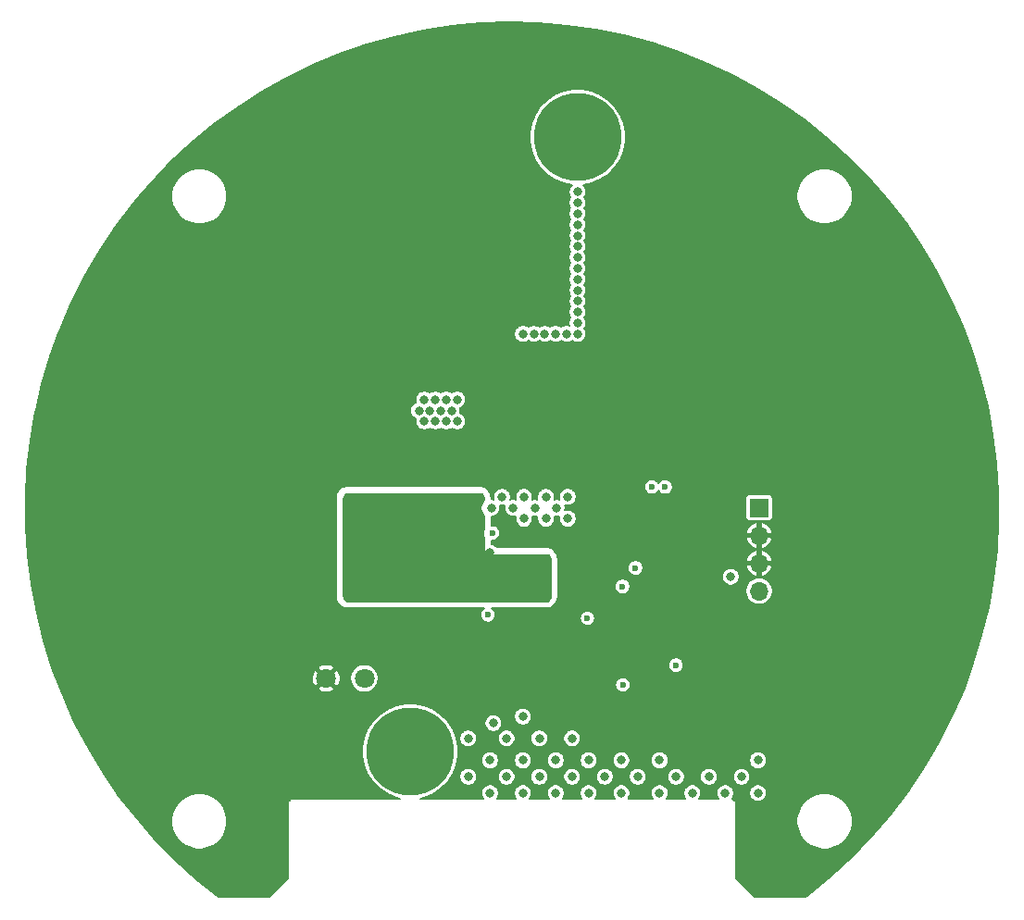
<source format=gbr>
%TF.GenerationSoftware,KiCad,Pcbnew,(5.1.7)-1*%
%TF.CreationDate,2021-06-07T18:47:12+03:00*%
%TF.ProjectId,SynchronousBuck,53796e63-6872-46f6-9e6f-75734275636b,rev?*%
%TF.SameCoordinates,Original*%
%TF.FileFunction,Copper,L2,Inr*%
%TF.FilePolarity,Positive*%
%FSLAX46Y46*%
G04 Gerber Fmt 4.6, Leading zero omitted, Abs format (unit mm)*
G04 Created by KiCad (PCBNEW (5.1.7)-1) date 2021-06-07 18:47:12*
%MOMM*%
%LPD*%
G01*
G04 APERTURE LIST*
%TA.AperFunction,ComponentPad*%
%ADD10C,1.800000*%
%TD*%
%TA.AperFunction,ComponentPad*%
%ADD11C,8.000000*%
%TD*%
%TA.AperFunction,ComponentPad*%
%ADD12O,1.700000X1.700000*%
%TD*%
%TA.AperFunction,ComponentPad*%
%ADD13R,1.700000X1.700000*%
%TD*%
%TA.AperFunction,ViaPad*%
%ADD14C,0.800000*%
%TD*%
%TA.AperFunction,ViaPad*%
%ADD15C,0.600000*%
%TD*%
%TA.AperFunction,Conductor*%
%ADD16C,0.254000*%
%TD*%
%TA.AperFunction,Conductor*%
%ADD17C,0.100000*%
%TD*%
%TA.AperFunction,Conductor*%
%ADD18C,0.200000*%
%TD*%
G04 APERTURE END LIST*
D10*
%TO.N,GND*%
%TO.C,J104*%
X83000000Y-115500000D03*
%TO.N,Net-(C119-Pad2)*%
X86500000Y-115500000D03*
%TD*%
D11*
%TO.N,GND*%
%TO.C,J103*%
X94000000Y-66000000D03*
%TO.N,/VOUT*%
X106000000Y-66000000D03*
%TD*%
%TO.N,VCC*%
%TO.C,J101*%
X90700000Y-122200000D03*
%TO.N,GND*%
X78700000Y-122200000D03*
%TD*%
D12*
%TO.N,Net-(J102-Pad4)*%
%TO.C,J102*%
X122600000Y-107520000D03*
%TO.N,GND*%
X122600000Y-104980000D03*
X122600000Y-102440000D03*
D13*
%TO.N,Net-(J102-Pad1)*%
X122600000Y-99900000D03*
%TD*%
D14*
%TO.N,GND*%
X105900000Y-90700000D03*
X107100000Y-90700000D03*
X103600000Y-90700000D03*
X104700000Y-90700000D03*
X108300000Y-90700000D03*
X101300000Y-90700000D03*
X102500000Y-90700000D03*
X115500000Y-113200000D03*
X109700000Y-106100000D03*
X115500000Y-112200000D03*
X115500000Y-111200000D03*
X115500000Y-110200000D03*
X116300000Y-112700000D03*
X116300000Y-111700000D03*
X116300000Y-110700000D03*
D15*
X107500000Y-102000000D03*
X112200000Y-99000000D03*
D14*
X107100000Y-91700000D03*
X105900000Y-91700000D03*
X104700000Y-91700000D03*
X103600000Y-91700000D03*
X102500000Y-91700000D03*
X103600000Y-93000000D03*
X102500000Y-93000000D03*
X101300000Y-93000000D03*
X101300000Y-91700000D03*
X108300000Y-91700000D03*
D15*
X121300000Y-120200000D03*
X118100000Y-119400000D03*
X112000000Y-103600000D03*
X106525000Y-118375000D03*
X107700000Y-119700000D03*
D14*
%TO.N,VCC*%
X105500000Y-121000000D03*
X101000000Y-119000000D03*
X98300000Y-119600000D03*
X96000000Y-121000000D03*
X99500000Y-121000000D03*
X102500000Y-121000000D03*
X122500000Y-126000000D03*
X122500000Y-123000000D03*
X121000000Y-124500000D03*
X119500000Y-126000000D03*
X116500000Y-126000000D03*
X113500000Y-126000000D03*
X113500000Y-123000000D03*
X115000000Y-124500000D03*
X111500000Y-124500000D03*
X110000000Y-126000000D03*
X110000000Y-123000000D03*
X107000000Y-126000000D03*
X107000000Y-123000000D03*
X104000000Y-126000000D03*
X104000000Y-123000000D03*
X108500000Y-124500000D03*
X105500000Y-124500000D03*
X101000000Y-126000000D03*
X101000000Y-123000000D03*
X102500000Y-124500000D03*
X98000000Y-126000000D03*
X99500000Y-124500000D03*
X98000000Y-123000000D03*
X96000000Y-124500000D03*
X118000000Y-124500000D03*
D15*
X110135000Y-116100000D03*
D14*
%TO.N,Net-(Q102-Pad1)*%
X105100000Y-98900000D03*
X104100000Y-99900000D03*
X105100000Y-100900000D03*
X103100000Y-100900000D03*
X101100000Y-100900000D03*
X100100000Y-99900000D03*
X102100000Y-99900000D03*
X103100000Y-98900000D03*
X101100000Y-98900000D03*
X99100000Y-98900000D03*
X98100000Y-99900000D03*
D15*
%TO.N,Net-(R112-Pad2)*%
X114000000Y-98000000D03*
X112800000Y-98000000D03*
D14*
%TO.N,/SW*%
X90000000Y-99500000D03*
X90000000Y-100500000D03*
X90000000Y-101500000D03*
X90000000Y-102500000D03*
X90000000Y-103500000D03*
X90000000Y-104500000D03*
X90000000Y-105500000D03*
X90000000Y-106500000D03*
X90000000Y-107500000D03*
X98000000Y-108000000D03*
X98000000Y-107000000D03*
X98000000Y-106000000D03*
X98000000Y-105000000D03*
X98000000Y-104000000D03*
X91000000Y-102000000D03*
X92000000Y-102000000D03*
X93000000Y-102000000D03*
X94000000Y-102000000D03*
X95000000Y-102000000D03*
X96000000Y-102000000D03*
D15*
%TO.N,/HO*%
X97800000Y-109700000D03*
X106900000Y-110000000D03*
%TO.N,/LO*%
X98200000Y-102200000D03*
X111300000Y-105400000D03*
D14*
%TO.N,/VOUT*%
X105000000Y-84000000D03*
X103000000Y-84000000D03*
X102000000Y-84000000D03*
X104000000Y-84000000D03*
X101000000Y-84000000D03*
X106000000Y-71000000D03*
X106000000Y-72000000D03*
X106000000Y-73000000D03*
X106000000Y-74000000D03*
X106000000Y-75000000D03*
X106000000Y-76000000D03*
X106000000Y-77000000D03*
X106000000Y-78000000D03*
X106000000Y-79000000D03*
X106000000Y-81000000D03*
X106000000Y-80000000D03*
X106000000Y-82000000D03*
X106000000Y-83000000D03*
X106000000Y-84000000D03*
D15*
X110100000Y-107100000D03*
X115000000Y-114300000D03*
D14*
X95000000Y-92000000D03*
X94000000Y-92000000D03*
X93000000Y-92000000D03*
X92000000Y-92000000D03*
X91500000Y-91000000D03*
X92500000Y-91000000D03*
X93500000Y-91000000D03*
X94500000Y-91000000D03*
X95000000Y-90000000D03*
X94000000Y-90000000D03*
X93000000Y-90000000D03*
X92000000Y-90000000D03*
X120000000Y-106200000D03*
%TD*%
D16*
%TO.N,/SW*%
X97096257Y-98640769D02*
X97185955Y-98677923D01*
X97262976Y-98737024D01*
X97322077Y-98814045D01*
X97359231Y-98903743D01*
X97373000Y-99008328D01*
X97373000Y-99163289D01*
X97296063Y-99240226D01*
X97182795Y-99409744D01*
X97104774Y-99598102D01*
X97065000Y-99798061D01*
X97065000Y-100001939D01*
X97104774Y-100201898D01*
X97182795Y-100390256D01*
X97296063Y-100559774D01*
X97373000Y-100636711D01*
X97373000Y-101754737D01*
X97371414Y-101757111D01*
X97300932Y-101927271D01*
X97265000Y-102107911D01*
X97265000Y-102292089D01*
X97300932Y-102472729D01*
X97371414Y-102642889D01*
X97373000Y-102645263D01*
X97373000Y-103600000D01*
X97374086Y-103616577D01*
X97391123Y-103745987D01*
X97399704Y-103778011D01*
X97449654Y-103898601D01*
X97466232Y-103927313D01*
X97545692Y-104030866D01*
X97569134Y-104054308D01*
X97672687Y-104133768D01*
X97701399Y-104150346D01*
X97821989Y-104200296D01*
X97854013Y-104208877D01*
X97983423Y-104225914D01*
X98000000Y-104227000D01*
X103091672Y-104227000D01*
X103196257Y-104240769D01*
X103285955Y-104277923D01*
X103362976Y-104337024D01*
X103422077Y-104414045D01*
X103459231Y-104503743D01*
X103473000Y-104608328D01*
X103473000Y-107991672D01*
X103459231Y-108096257D01*
X103422077Y-108185955D01*
X103362976Y-108262976D01*
X103285955Y-108322077D01*
X103196257Y-108359231D01*
X103091672Y-108373000D01*
X85008328Y-108373000D01*
X84903743Y-108359231D01*
X84814045Y-108322077D01*
X84737024Y-108262976D01*
X84677923Y-108185955D01*
X84640769Y-108096257D01*
X84627000Y-107991672D01*
X84627000Y-99008328D01*
X84640769Y-98903743D01*
X84677923Y-98814045D01*
X84737024Y-98737024D01*
X84814045Y-98677923D01*
X84903743Y-98640769D01*
X85008328Y-98627000D01*
X96991672Y-98627000D01*
X97096257Y-98640769D01*
%TA.AperFunction,Conductor*%
D17*
G36*
X97096257Y-98640769D02*
G01*
X97185955Y-98677923D01*
X97262976Y-98737024D01*
X97322077Y-98814045D01*
X97359231Y-98903743D01*
X97373000Y-99008328D01*
X97373000Y-99163289D01*
X97296063Y-99240226D01*
X97182795Y-99409744D01*
X97104774Y-99598102D01*
X97065000Y-99798061D01*
X97065000Y-100001939D01*
X97104774Y-100201898D01*
X97182795Y-100390256D01*
X97296063Y-100559774D01*
X97373000Y-100636711D01*
X97373000Y-101754737D01*
X97371414Y-101757111D01*
X97300932Y-101927271D01*
X97265000Y-102107911D01*
X97265000Y-102292089D01*
X97300932Y-102472729D01*
X97371414Y-102642889D01*
X97373000Y-102645263D01*
X97373000Y-103600000D01*
X97374086Y-103616577D01*
X97391123Y-103745987D01*
X97399704Y-103778011D01*
X97449654Y-103898601D01*
X97466232Y-103927313D01*
X97545692Y-104030866D01*
X97569134Y-104054308D01*
X97672687Y-104133768D01*
X97701399Y-104150346D01*
X97821989Y-104200296D01*
X97854013Y-104208877D01*
X97983423Y-104225914D01*
X98000000Y-104227000D01*
X103091672Y-104227000D01*
X103196257Y-104240769D01*
X103285955Y-104277923D01*
X103362976Y-104337024D01*
X103422077Y-104414045D01*
X103459231Y-104503743D01*
X103473000Y-104608328D01*
X103473000Y-107991672D01*
X103459231Y-108096257D01*
X103422077Y-108185955D01*
X103362976Y-108262976D01*
X103285955Y-108322077D01*
X103196257Y-108359231D01*
X103091672Y-108373000D01*
X85008328Y-108373000D01*
X84903743Y-108359231D01*
X84814045Y-108322077D01*
X84737024Y-108262976D01*
X84677923Y-108185955D01*
X84640769Y-108096257D01*
X84627000Y-107991672D01*
X84627000Y-99008328D01*
X84640769Y-98903743D01*
X84677923Y-98814045D01*
X84737024Y-98737024D01*
X84814045Y-98677923D01*
X84903743Y-98640769D01*
X85008328Y-98627000D01*
X96991672Y-98627000D01*
X97096257Y-98640769D01*
G37*
%TD.AperFunction*%
%TD*%
D18*
%TO.N,GND*%
X102383155Y-55564079D02*
X105014276Y-55783629D01*
X107627773Y-56158837D01*
X110214398Y-56688378D01*
X112765088Y-57370397D01*
X115270831Y-58202485D01*
X117722802Y-59181711D01*
X120112394Y-60304634D01*
X122431177Y-61567295D01*
X124671004Y-62965260D01*
X126823984Y-64493601D01*
X128882511Y-66146921D01*
X130839391Y-67919439D01*
X132687682Y-69804869D01*
X134420909Y-71796605D01*
X136032964Y-73887628D01*
X137518175Y-76070582D01*
X138871292Y-78337749D01*
X140087587Y-80681205D01*
X141162754Y-83092660D01*
X142093014Y-85563634D01*
X142875090Y-88085423D01*
X143506232Y-90649160D01*
X143984218Y-93245814D01*
X144307364Y-95866250D01*
X144474534Y-98501239D01*
X144485137Y-101141498D01*
X144339137Y-103777749D01*
X144037047Y-106400698D01*
X143579938Y-109001082D01*
X142969405Y-111569818D01*
X142207604Y-114097824D01*
X141297222Y-116576186D01*
X140241460Y-118996195D01*
X139044039Y-121349322D01*
X137709152Y-123627322D01*
X136241531Y-125822120D01*
X134646323Y-127926023D01*
X132929140Y-129931625D01*
X131096059Y-131831832D01*
X129153486Y-133620005D01*
X127103673Y-135293586D01*
X126831732Y-135500000D01*
X122207106Y-135500000D01*
X120500000Y-133792895D01*
X120500000Y-128333117D01*
X126034270Y-128333117D01*
X126034270Y-128835423D01*
X126132265Y-129328077D01*
X126324490Y-129792148D01*
X126603556Y-130209800D01*
X126958740Y-130564984D01*
X127376392Y-130844050D01*
X127840463Y-131036275D01*
X128333117Y-131134270D01*
X128835423Y-131134270D01*
X129328077Y-131036275D01*
X129792148Y-130844050D01*
X130209800Y-130564984D01*
X130564984Y-130209800D01*
X130844050Y-129792148D01*
X131036275Y-129328077D01*
X131134270Y-128835423D01*
X131134270Y-128333117D01*
X131036275Y-127840463D01*
X130844050Y-127376392D01*
X130564984Y-126958740D01*
X130209800Y-126603556D01*
X129792148Y-126324490D01*
X129328077Y-126132265D01*
X128835423Y-126034270D01*
X128333117Y-126034270D01*
X127840463Y-126132265D01*
X127376392Y-126324490D01*
X126958740Y-126603556D01*
X126603556Y-126958740D01*
X126324490Y-127376392D01*
X126132265Y-127840463D01*
X126034270Y-128333117D01*
X120500000Y-128333117D01*
X120500000Y-127024560D01*
X120502419Y-127000000D01*
X120492765Y-126901983D01*
X120464175Y-126807733D01*
X120417746Y-126720871D01*
X120355264Y-126644736D01*
X120279129Y-126582254D01*
X120192267Y-126535825D01*
X120118057Y-126513314D01*
X120121401Y-126509970D01*
X120208951Y-126378942D01*
X120269257Y-126233351D01*
X120300000Y-126078793D01*
X120300000Y-125921207D01*
X121700000Y-125921207D01*
X121700000Y-126078793D01*
X121730743Y-126233351D01*
X121791049Y-126378942D01*
X121878599Y-126509970D01*
X121990030Y-126621401D01*
X122121058Y-126708951D01*
X122266649Y-126769257D01*
X122421207Y-126800000D01*
X122578793Y-126800000D01*
X122733351Y-126769257D01*
X122878942Y-126708951D01*
X123009970Y-126621401D01*
X123121401Y-126509970D01*
X123208951Y-126378942D01*
X123269257Y-126233351D01*
X123300000Y-126078793D01*
X123300000Y-125921207D01*
X123269257Y-125766649D01*
X123208951Y-125621058D01*
X123121401Y-125490030D01*
X123009970Y-125378599D01*
X122878942Y-125291049D01*
X122733351Y-125230743D01*
X122578793Y-125200000D01*
X122421207Y-125200000D01*
X122266649Y-125230743D01*
X122121058Y-125291049D01*
X121990030Y-125378599D01*
X121878599Y-125490030D01*
X121791049Y-125621058D01*
X121730743Y-125766649D01*
X121700000Y-125921207D01*
X120300000Y-125921207D01*
X120269257Y-125766649D01*
X120208951Y-125621058D01*
X120121401Y-125490030D01*
X120009970Y-125378599D01*
X119878942Y-125291049D01*
X119733351Y-125230743D01*
X119578793Y-125200000D01*
X119421207Y-125200000D01*
X119266649Y-125230743D01*
X119121058Y-125291049D01*
X118990030Y-125378599D01*
X118878599Y-125490030D01*
X118791049Y-125621058D01*
X118730743Y-125766649D01*
X118700000Y-125921207D01*
X118700000Y-126078793D01*
X118730743Y-126233351D01*
X118791049Y-126378942D01*
X118871937Y-126500000D01*
X117128063Y-126500000D01*
X117208951Y-126378942D01*
X117269257Y-126233351D01*
X117300000Y-126078793D01*
X117300000Y-125921207D01*
X117269257Y-125766649D01*
X117208951Y-125621058D01*
X117121401Y-125490030D01*
X117009970Y-125378599D01*
X116878942Y-125291049D01*
X116733351Y-125230743D01*
X116578793Y-125200000D01*
X116421207Y-125200000D01*
X116266649Y-125230743D01*
X116121058Y-125291049D01*
X115990030Y-125378599D01*
X115878599Y-125490030D01*
X115791049Y-125621058D01*
X115730743Y-125766649D01*
X115700000Y-125921207D01*
X115700000Y-126078793D01*
X115730743Y-126233351D01*
X115791049Y-126378942D01*
X115871937Y-126500000D01*
X114128063Y-126500000D01*
X114208951Y-126378942D01*
X114269257Y-126233351D01*
X114300000Y-126078793D01*
X114300000Y-125921207D01*
X114269257Y-125766649D01*
X114208951Y-125621058D01*
X114121401Y-125490030D01*
X114009970Y-125378599D01*
X113878942Y-125291049D01*
X113733351Y-125230743D01*
X113578793Y-125200000D01*
X113421207Y-125200000D01*
X113266649Y-125230743D01*
X113121058Y-125291049D01*
X112990030Y-125378599D01*
X112878599Y-125490030D01*
X112791049Y-125621058D01*
X112730743Y-125766649D01*
X112700000Y-125921207D01*
X112700000Y-126078793D01*
X112730743Y-126233351D01*
X112791049Y-126378942D01*
X112871937Y-126500000D01*
X110628063Y-126500000D01*
X110708951Y-126378942D01*
X110769257Y-126233351D01*
X110800000Y-126078793D01*
X110800000Y-125921207D01*
X110769257Y-125766649D01*
X110708951Y-125621058D01*
X110621401Y-125490030D01*
X110509970Y-125378599D01*
X110378942Y-125291049D01*
X110233351Y-125230743D01*
X110078793Y-125200000D01*
X109921207Y-125200000D01*
X109766649Y-125230743D01*
X109621058Y-125291049D01*
X109490030Y-125378599D01*
X109378599Y-125490030D01*
X109291049Y-125621058D01*
X109230743Y-125766649D01*
X109200000Y-125921207D01*
X109200000Y-126078793D01*
X109230743Y-126233351D01*
X109291049Y-126378942D01*
X109371937Y-126500000D01*
X107628063Y-126500000D01*
X107708951Y-126378942D01*
X107769257Y-126233351D01*
X107800000Y-126078793D01*
X107800000Y-125921207D01*
X107769257Y-125766649D01*
X107708951Y-125621058D01*
X107621401Y-125490030D01*
X107509970Y-125378599D01*
X107378942Y-125291049D01*
X107233351Y-125230743D01*
X107078793Y-125200000D01*
X106921207Y-125200000D01*
X106766649Y-125230743D01*
X106621058Y-125291049D01*
X106490030Y-125378599D01*
X106378599Y-125490030D01*
X106291049Y-125621058D01*
X106230743Y-125766649D01*
X106200000Y-125921207D01*
X106200000Y-126078793D01*
X106230743Y-126233351D01*
X106291049Y-126378942D01*
X106371937Y-126500000D01*
X104628063Y-126500000D01*
X104708951Y-126378942D01*
X104769257Y-126233351D01*
X104800000Y-126078793D01*
X104800000Y-125921207D01*
X104769257Y-125766649D01*
X104708951Y-125621058D01*
X104621401Y-125490030D01*
X104509970Y-125378599D01*
X104378942Y-125291049D01*
X104233351Y-125230743D01*
X104078793Y-125200000D01*
X103921207Y-125200000D01*
X103766649Y-125230743D01*
X103621058Y-125291049D01*
X103490030Y-125378599D01*
X103378599Y-125490030D01*
X103291049Y-125621058D01*
X103230743Y-125766649D01*
X103200000Y-125921207D01*
X103200000Y-126078793D01*
X103230743Y-126233351D01*
X103291049Y-126378942D01*
X103371937Y-126500000D01*
X101628063Y-126500000D01*
X101708951Y-126378942D01*
X101769257Y-126233351D01*
X101800000Y-126078793D01*
X101800000Y-125921207D01*
X101769257Y-125766649D01*
X101708951Y-125621058D01*
X101621401Y-125490030D01*
X101509970Y-125378599D01*
X101378942Y-125291049D01*
X101233351Y-125230743D01*
X101078793Y-125200000D01*
X100921207Y-125200000D01*
X100766649Y-125230743D01*
X100621058Y-125291049D01*
X100490030Y-125378599D01*
X100378599Y-125490030D01*
X100291049Y-125621058D01*
X100230743Y-125766649D01*
X100200000Y-125921207D01*
X100200000Y-126078793D01*
X100230743Y-126233351D01*
X100291049Y-126378942D01*
X100371937Y-126500000D01*
X98628063Y-126500000D01*
X98708951Y-126378942D01*
X98769257Y-126233351D01*
X98800000Y-126078793D01*
X98800000Y-125921207D01*
X98769257Y-125766649D01*
X98708951Y-125621058D01*
X98621401Y-125490030D01*
X98509970Y-125378599D01*
X98378942Y-125291049D01*
X98233351Y-125230743D01*
X98078793Y-125200000D01*
X97921207Y-125200000D01*
X97766649Y-125230743D01*
X97621058Y-125291049D01*
X97490030Y-125378599D01*
X97378599Y-125490030D01*
X97291049Y-125621058D01*
X97230743Y-125766649D01*
X97200000Y-125921207D01*
X97200000Y-126078793D01*
X97230743Y-126233351D01*
X97291049Y-126378942D01*
X97371937Y-126500000D01*
X91636098Y-126500000D01*
X91983433Y-126430911D01*
X92784182Y-126099230D01*
X93504837Y-125617703D01*
X94117703Y-125004837D01*
X94507672Y-124421207D01*
X95200000Y-124421207D01*
X95200000Y-124578793D01*
X95230743Y-124733351D01*
X95291049Y-124878942D01*
X95378599Y-125009970D01*
X95490030Y-125121401D01*
X95621058Y-125208951D01*
X95766649Y-125269257D01*
X95921207Y-125300000D01*
X96078793Y-125300000D01*
X96233351Y-125269257D01*
X96378942Y-125208951D01*
X96509970Y-125121401D01*
X96621401Y-125009970D01*
X96708951Y-124878942D01*
X96769257Y-124733351D01*
X96800000Y-124578793D01*
X96800000Y-124421207D01*
X98700000Y-124421207D01*
X98700000Y-124578793D01*
X98730743Y-124733351D01*
X98791049Y-124878942D01*
X98878599Y-125009970D01*
X98990030Y-125121401D01*
X99121058Y-125208951D01*
X99266649Y-125269257D01*
X99421207Y-125300000D01*
X99578793Y-125300000D01*
X99733351Y-125269257D01*
X99878942Y-125208951D01*
X100009970Y-125121401D01*
X100121401Y-125009970D01*
X100208951Y-124878942D01*
X100269257Y-124733351D01*
X100300000Y-124578793D01*
X100300000Y-124421207D01*
X101700000Y-124421207D01*
X101700000Y-124578793D01*
X101730743Y-124733351D01*
X101791049Y-124878942D01*
X101878599Y-125009970D01*
X101990030Y-125121401D01*
X102121058Y-125208951D01*
X102266649Y-125269257D01*
X102421207Y-125300000D01*
X102578793Y-125300000D01*
X102733351Y-125269257D01*
X102878942Y-125208951D01*
X103009970Y-125121401D01*
X103121401Y-125009970D01*
X103208951Y-124878942D01*
X103269257Y-124733351D01*
X103300000Y-124578793D01*
X103300000Y-124421207D01*
X104700000Y-124421207D01*
X104700000Y-124578793D01*
X104730743Y-124733351D01*
X104791049Y-124878942D01*
X104878599Y-125009970D01*
X104990030Y-125121401D01*
X105121058Y-125208951D01*
X105266649Y-125269257D01*
X105421207Y-125300000D01*
X105578793Y-125300000D01*
X105733351Y-125269257D01*
X105878942Y-125208951D01*
X106009970Y-125121401D01*
X106121401Y-125009970D01*
X106208951Y-124878942D01*
X106269257Y-124733351D01*
X106300000Y-124578793D01*
X106300000Y-124421207D01*
X107700000Y-124421207D01*
X107700000Y-124578793D01*
X107730743Y-124733351D01*
X107791049Y-124878942D01*
X107878599Y-125009970D01*
X107990030Y-125121401D01*
X108121058Y-125208951D01*
X108266649Y-125269257D01*
X108421207Y-125300000D01*
X108578793Y-125300000D01*
X108733351Y-125269257D01*
X108878942Y-125208951D01*
X109009970Y-125121401D01*
X109121401Y-125009970D01*
X109208951Y-124878942D01*
X109269257Y-124733351D01*
X109300000Y-124578793D01*
X109300000Y-124421207D01*
X110700000Y-124421207D01*
X110700000Y-124578793D01*
X110730743Y-124733351D01*
X110791049Y-124878942D01*
X110878599Y-125009970D01*
X110990030Y-125121401D01*
X111121058Y-125208951D01*
X111266649Y-125269257D01*
X111421207Y-125300000D01*
X111578793Y-125300000D01*
X111733351Y-125269257D01*
X111878942Y-125208951D01*
X112009970Y-125121401D01*
X112121401Y-125009970D01*
X112208951Y-124878942D01*
X112269257Y-124733351D01*
X112300000Y-124578793D01*
X112300000Y-124421207D01*
X114200000Y-124421207D01*
X114200000Y-124578793D01*
X114230743Y-124733351D01*
X114291049Y-124878942D01*
X114378599Y-125009970D01*
X114490030Y-125121401D01*
X114621058Y-125208951D01*
X114766649Y-125269257D01*
X114921207Y-125300000D01*
X115078793Y-125300000D01*
X115233351Y-125269257D01*
X115378942Y-125208951D01*
X115509970Y-125121401D01*
X115621401Y-125009970D01*
X115708951Y-124878942D01*
X115769257Y-124733351D01*
X115800000Y-124578793D01*
X115800000Y-124421207D01*
X117200000Y-124421207D01*
X117200000Y-124578793D01*
X117230743Y-124733351D01*
X117291049Y-124878942D01*
X117378599Y-125009970D01*
X117490030Y-125121401D01*
X117621058Y-125208951D01*
X117766649Y-125269257D01*
X117921207Y-125300000D01*
X118078793Y-125300000D01*
X118233351Y-125269257D01*
X118378942Y-125208951D01*
X118509970Y-125121401D01*
X118621401Y-125009970D01*
X118708951Y-124878942D01*
X118769257Y-124733351D01*
X118800000Y-124578793D01*
X118800000Y-124421207D01*
X120200000Y-124421207D01*
X120200000Y-124578793D01*
X120230743Y-124733351D01*
X120291049Y-124878942D01*
X120378599Y-125009970D01*
X120490030Y-125121401D01*
X120621058Y-125208951D01*
X120766649Y-125269257D01*
X120921207Y-125300000D01*
X121078793Y-125300000D01*
X121233351Y-125269257D01*
X121378942Y-125208951D01*
X121509970Y-125121401D01*
X121621401Y-125009970D01*
X121708951Y-124878942D01*
X121769257Y-124733351D01*
X121800000Y-124578793D01*
X121800000Y-124421207D01*
X121769257Y-124266649D01*
X121708951Y-124121058D01*
X121621401Y-123990030D01*
X121509970Y-123878599D01*
X121378942Y-123791049D01*
X121233351Y-123730743D01*
X121078793Y-123700000D01*
X120921207Y-123700000D01*
X120766649Y-123730743D01*
X120621058Y-123791049D01*
X120490030Y-123878599D01*
X120378599Y-123990030D01*
X120291049Y-124121058D01*
X120230743Y-124266649D01*
X120200000Y-124421207D01*
X118800000Y-124421207D01*
X118769257Y-124266649D01*
X118708951Y-124121058D01*
X118621401Y-123990030D01*
X118509970Y-123878599D01*
X118378942Y-123791049D01*
X118233351Y-123730743D01*
X118078793Y-123700000D01*
X117921207Y-123700000D01*
X117766649Y-123730743D01*
X117621058Y-123791049D01*
X117490030Y-123878599D01*
X117378599Y-123990030D01*
X117291049Y-124121058D01*
X117230743Y-124266649D01*
X117200000Y-124421207D01*
X115800000Y-124421207D01*
X115769257Y-124266649D01*
X115708951Y-124121058D01*
X115621401Y-123990030D01*
X115509970Y-123878599D01*
X115378942Y-123791049D01*
X115233351Y-123730743D01*
X115078793Y-123700000D01*
X114921207Y-123700000D01*
X114766649Y-123730743D01*
X114621058Y-123791049D01*
X114490030Y-123878599D01*
X114378599Y-123990030D01*
X114291049Y-124121058D01*
X114230743Y-124266649D01*
X114200000Y-124421207D01*
X112300000Y-124421207D01*
X112269257Y-124266649D01*
X112208951Y-124121058D01*
X112121401Y-123990030D01*
X112009970Y-123878599D01*
X111878942Y-123791049D01*
X111733351Y-123730743D01*
X111578793Y-123700000D01*
X111421207Y-123700000D01*
X111266649Y-123730743D01*
X111121058Y-123791049D01*
X110990030Y-123878599D01*
X110878599Y-123990030D01*
X110791049Y-124121058D01*
X110730743Y-124266649D01*
X110700000Y-124421207D01*
X109300000Y-124421207D01*
X109269257Y-124266649D01*
X109208951Y-124121058D01*
X109121401Y-123990030D01*
X109009970Y-123878599D01*
X108878942Y-123791049D01*
X108733351Y-123730743D01*
X108578793Y-123700000D01*
X108421207Y-123700000D01*
X108266649Y-123730743D01*
X108121058Y-123791049D01*
X107990030Y-123878599D01*
X107878599Y-123990030D01*
X107791049Y-124121058D01*
X107730743Y-124266649D01*
X107700000Y-124421207D01*
X106300000Y-124421207D01*
X106269257Y-124266649D01*
X106208951Y-124121058D01*
X106121401Y-123990030D01*
X106009970Y-123878599D01*
X105878942Y-123791049D01*
X105733351Y-123730743D01*
X105578793Y-123700000D01*
X105421207Y-123700000D01*
X105266649Y-123730743D01*
X105121058Y-123791049D01*
X104990030Y-123878599D01*
X104878599Y-123990030D01*
X104791049Y-124121058D01*
X104730743Y-124266649D01*
X104700000Y-124421207D01*
X103300000Y-124421207D01*
X103269257Y-124266649D01*
X103208951Y-124121058D01*
X103121401Y-123990030D01*
X103009970Y-123878599D01*
X102878942Y-123791049D01*
X102733351Y-123730743D01*
X102578793Y-123700000D01*
X102421207Y-123700000D01*
X102266649Y-123730743D01*
X102121058Y-123791049D01*
X101990030Y-123878599D01*
X101878599Y-123990030D01*
X101791049Y-124121058D01*
X101730743Y-124266649D01*
X101700000Y-124421207D01*
X100300000Y-124421207D01*
X100269257Y-124266649D01*
X100208951Y-124121058D01*
X100121401Y-123990030D01*
X100009970Y-123878599D01*
X99878942Y-123791049D01*
X99733351Y-123730743D01*
X99578793Y-123700000D01*
X99421207Y-123700000D01*
X99266649Y-123730743D01*
X99121058Y-123791049D01*
X98990030Y-123878599D01*
X98878599Y-123990030D01*
X98791049Y-124121058D01*
X98730743Y-124266649D01*
X98700000Y-124421207D01*
X96800000Y-124421207D01*
X96769257Y-124266649D01*
X96708951Y-124121058D01*
X96621401Y-123990030D01*
X96509970Y-123878599D01*
X96378942Y-123791049D01*
X96233351Y-123730743D01*
X96078793Y-123700000D01*
X95921207Y-123700000D01*
X95766649Y-123730743D01*
X95621058Y-123791049D01*
X95490030Y-123878599D01*
X95378599Y-123990030D01*
X95291049Y-124121058D01*
X95230743Y-124266649D01*
X95200000Y-124421207D01*
X94507672Y-124421207D01*
X94599230Y-124284182D01*
X94930911Y-123483433D01*
X95042744Y-122921207D01*
X97200000Y-122921207D01*
X97200000Y-123078793D01*
X97230743Y-123233351D01*
X97291049Y-123378942D01*
X97378599Y-123509970D01*
X97490030Y-123621401D01*
X97621058Y-123708951D01*
X97766649Y-123769257D01*
X97921207Y-123800000D01*
X98078793Y-123800000D01*
X98233351Y-123769257D01*
X98378942Y-123708951D01*
X98509970Y-123621401D01*
X98621401Y-123509970D01*
X98708951Y-123378942D01*
X98769257Y-123233351D01*
X98800000Y-123078793D01*
X98800000Y-122921207D01*
X100200000Y-122921207D01*
X100200000Y-123078793D01*
X100230743Y-123233351D01*
X100291049Y-123378942D01*
X100378599Y-123509970D01*
X100490030Y-123621401D01*
X100621058Y-123708951D01*
X100766649Y-123769257D01*
X100921207Y-123800000D01*
X101078793Y-123800000D01*
X101233351Y-123769257D01*
X101378942Y-123708951D01*
X101509970Y-123621401D01*
X101621401Y-123509970D01*
X101708951Y-123378942D01*
X101769257Y-123233351D01*
X101800000Y-123078793D01*
X101800000Y-122921207D01*
X103200000Y-122921207D01*
X103200000Y-123078793D01*
X103230743Y-123233351D01*
X103291049Y-123378942D01*
X103378599Y-123509970D01*
X103490030Y-123621401D01*
X103621058Y-123708951D01*
X103766649Y-123769257D01*
X103921207Y-123800000D01*
X104078793Y-123800000D01*
X104233351Y-123769257D01*
X104378942Y-123708951D01*
X104509970Y-123621401D01*
X104621401Y-123509970D01*
X104708951Y-123378942D01*
X104769257Y-123233351D01*
X104800000Y-123078793D01*
X104800000Y-122921207D01*
X106200000Y-122921207D01*
X106200000Y-123078793D01*
X106230743Y-123233351D01*
X106291049Y-123378942D01*
X106378599Y-123509970D01*
X106490030Y-123621401D01*
X106621058Y-123708951D01*
X106766649Y-123769257D01*
X106921207Y-123800000D01*
X107078793Y-123800000D01*
X107233351Y-123769257D01*
X107378942Y-123708951D01*
X107509970Y-123621401D01*
X107621401Y-123509970D01*
X107708951Y-123378942D01*
X107769257Y-123233351D01*
X107800000Y-123078793D01*
X107800000Y-122921207D01*
X109200000Y-122921207D01*
X109200000Y-123078793D01*
X109230743Y-123233351D01*
X109291049Y-123378942D01*
X109378599Y-123509970D01*
X109490030Y-123621401D01*
X109621058Y-123708951D01*
X109766649Y-123769257D01*
X109921207Y-123800000D01*
X110078793Y-123800000D01*
X110233351Y-123769257D01*
X110378942Y-123708951D01*
X110509970Y-123621401D01*
X110621401Y-123509970D01*
X110708951Y-123378942D01*
X110769257Y-123233351D01*
X110800000Y-123078793D01*
X110800000Y-122921207D01*
X112700000Y-122921207D01*
X112700000Y-123078793D01*
X112730743Y-123233351D01*
X112791049Y-123378942D01*
X112878599Y-123509970D01*
X112990030Y-123621401D01*
X113121058Y-123708951D01*
X113266649Y-123769257D01*
X113421207Y-123800000D01*
X113578793Y-123800000D01*
X113733351Y-123769257D01*
X113878942Y-123708951D01*
X114009970Y-123621401D01*
X114121401Y-123509970D01*
X114208951Y-123378942D01*
X114269257Y-123233351D01*
X114300000Y-123078793D01*
X114300000Y-122921207D01*
X121700000Y-122921207D01*
X121700000Y-123078793D01*
X121730743Y-123233351D01*
X121791049Y-123378942D01*
X121878599Y-123509970D01*
X121990030Y-123621401D01*
X122121058Y-123708951D01*
X122266649Y-123769257D01*
X122421207Y-123800000D01*
X122578793Y-123800000D01*
X122733351Y-123769257D01*
X122878942Y-123708951D01*
X123009970Y-123621401D01*
X123121401Y-123509970D01*
X123208951Y-123378942D01*
X123269257Y-123233351D01*
X123300000Y-123078793D01*
X123300000Y-122921207D01*
X123269257Y-122766649D01*
X123208951Y-122621058D01*
X123121401Y-122490030D01*
X123009970Y-122378599D01*
X122878942Y-122291049D01*
X122733351Y-122230743D01*
X122578793Y-122200000D01*
X122421207Y-122200000D01*
X122266649Y-122230743D01*
X122121058Y-122291049D01*
X121990030Y-122378599D01*
X121878599Y-122490030D01*
X121791049Y-122621058D01*
X121730743Y-122766649D01*
X121700000Y-122921207D01*
X114300000Y-122921207D01*
X114269257Y-122766649D01*
X114208951Y-122621058D01*
X114121401Y-122490030D01*
X114009970Y-122378599D01*
X113878942Y-122291049D01*
X113733351Y-122230743D01*
X113578793Y-122200000D01*
X113421207Y-122200000D01*
X113266649Y-122230743D01*
X113121058Y-122291049D01*
X112990030Y-122378599D01*
X112878599Y-122490030D01*
X112791049Y-122621058D01*
X112730743Y-122766649D01*
X112700000Y-122921207D01*
X110800000Y-122921207D01*
X110769257Y-122766649D01*
X110708951Y-122621058D01*
X110621401Y-122490030D01*
X110509970Y-122378599D01*
X110378942Y-122291049D01*
X110233351Y-122230743D01*
X110078793Y-122200000D01*
X109921207Y-122200000D01*
X109766649Y-122230743D01*
X109621058Y-122291049D01*
X109490030Y-122378599D01*
X109378599Y-122490030D01*
X109291049Y-122621058D01*
X109230743Y-122766649D01*
X109200000Y-122921207D01*
X107800000Y-122921207D01*
X107769257Y-122766649D01*
X107708951Y-122621058D01*
X107621401Y-122490030D01*
X107509970Y-122378599D01*
X107378942Y-122291049D01*
X107233351Y-122230743D01*
X107078793Y-122200000D01*
X106921207Y-122200000D01*
X106766649Y-122230743D01*
X106621058Y-122291049D01*
X106490030Y-122378599D01*
X106378599Y-122490030D01*
X106291049Y-122621058D01*
X106230743Y-122766649D01*
X106200000Y-122921207D01*
X104800000Y-122921207D01*
X104769257Y-122766649D01*
X104708951Y-122621058D01*
X104621401Y-122490030D01*
X104509970Y-122378599D01*
X104378942Y-122291049D01*
X104233351Y-122230743D01*
X104078793Y-122200000D01*
X103921207Y-122200000D01*
X103766649Y-122230743D01*
X103621058Y-122291049D01*
X103490030Y-122378599D01*
X103378599Y-122490030D01*
X103291049Y-122621058D01*
X103230743Y-122766649D01*
X103200000Y-122921207D01*
X101800000Y-122921207D01*
X101769257Y-122766649D01*
X101708951Y-122621058D01*
X101621401Y-122490030D01*
X101509970Y-122378599D01*
X101378942Y-122291049D01*
X101233351Y-122230743D01*
X101078793Y-122200000D01*
X100921207Y-122200000D01*
X100766649Y-122230743D01*
X100621058Y-122291049D01*
X100490030Y-122378599D01*
X100378599Y-122490030D01*
X100291049Y-122621058D01*
X100230743Y-122766649D01*
X100200000Y-122921207D01*
X98800000Y-122921207D01*
X98769257Y-122766649D01*
X98708951Y-122621058D01*
X98621401Y-122490030D01*
X98509970Y-122378599D01*
X98378942Y-122291049D01*
X98233351Y-122230743D01*
X98078793Y-122200000D01*
X97921207Y-122200000D01*
X97766649Y-122230743D01*
X97621058Y-122291049D01*
X97490030Y-122378599D01*
X97378599Y-122490030D01*
X97291049Y-122621058D01*
X97230743Y-122766649D01*
X97200000Y-122921207D01*
X95042744Y-122921207D01*
X95100000Y-122633362D01*
X95100000Y-121766638D01*
X94931834Y-120921207D01*
X95200000Y-120921207D01*
X95200000Y-121078793D01*
X95230743Y-121233351D01*
X95291049Y-121378942D01*
X95378599Y-121509970D01*
X95490030Y-121621401D01*
X95621058Y-121708951D01*
X95766649Y-121769257D01*
X95921207Y-121800000D01*
X96078793Y-121800000D01*
X96233351Y-121769257D01*
X96378942Y-121708951D01*
X96509970Y-121621401D01*
X96621401Y-121509970D01*
X96708951Y-121378942D01*
X96769257Y-121233351D01*
X96800000Y-121078793D01*
X96800000Y-120921207D01*
X98700000Y-120921207D01*
X98700000Y-121078793D01*
X98730743Y-121233351D01*
X98791049Y-121378942D01*
X98878599Y-121509970D01*
X98990030Y-121621401D01*
X99121058Y-121708951D01*
X99266649Y-121769257D01*
X99421207Y-121800000D01*
X99578793Y-121800000D01*
X99733351Y-121769257D01*
X99878942Y-121708951D01*
X100009970Y-121621401D01*
X100121401Y-121509970D01*
X100208951Y-121378942D01*
X100269257Y-121233351D01*
X100300000Y-121078793D01*
X100300000Y-120921207D01*
X101700000Y-120921207D01*
X101700000Y-121078793D01*
X101730743Y-121233351D01*
X101791049Y-121378942D01*
X101878599Y-121509970D01*
X101990030Y-121621401D01*
X102121058Y-121708951D01*
X102266649Y-121769257D01*
X102421207Y-121800000D01*
X102578793Y-121800000D01*
X102733351Y-121769257D01*
X102878942Y-121708951D01*
X103009970Y-121621401D01*
X103121401Y-121509970D01*
X103208951Y-121378942D01*
X103269257Y-121233351D01*
X103300000Y-121078793D01*
X103300000Y-120921207D01*
X104700000Y-120921207D01*
X104700000Y-121078793D01*
X104730743Y-121233351D01*
X104791049Y-121378942D01*
X104878599Y-121509970D01*
X104990030Y-121621401D01*
X105121058Y-121708951D01*
X105266649Y-121769257D01*
X105421207Y-121800000D01*
X105578793Y-121800000D01*
X105733351Y-121769257D01*
X105878942Y-121708951D01*
X106009970Y-121621401D01*
X106121401Y-121509970D01*
X106208951Y-121378942D01*
X106269257Y-121233351D01*
X106300000Y-121078793D01*
X106300000Y-120921207D01*
X106269257Y-120766649D01*
X106208951Y-120621058D01*
X106121401Y-120490030D01*
X106009970Y-120378599D01*
X105878942Y-120291049D01*
X105733351Y-120230743D01*
X105578793Y-120200000D01*
X105421207Y-120200000D01*
X105266649Y-120230743D01*
X105121058Y-120291049D01*
X104990030Y-120378599D01*
X104878599Y-120490030D01*
X104791049Y-120621058D01*
X104730743Y-120766649D01*
X104700000Y-120921207D01*
X103300000Y-120921207D01*
X103269257Y-120766649D01*
X103208951Y-120621058D01*
X103121401Y-120490030D01*
X103009970Y-120378599D01*
X102878942Y-120291049D01*
X102733351Y-120230743D01*
X102578793Y-120200000D01*
X102421207Y-120200000D01*
X102266649Y-120230743D01*
X102121058Y-120291049D01*
X101990030Y-120378599D01*
X101878599Y-120490030D01*
X101791049Y-120621058D01*
X101730743Y-120766649D01*
X101700000Y-120921207D01*
X100300000Y-120921207D01*
X100269257Y-120766649D01*
X100208951Y-120621058D01*
X100121401Y-120490030D01*
X100009970Y-120378599D01*
X99878942Y-120291049D01*
X99733351Y-120230743D01*
X99578793Y-120200000D01*
X99421207Y-120200000D01*
X99266649Y-120230743D01*
X99121058Y-120291049D01*
X98990030Y-120378599D01*
X98878599Y-120490030D01*
X98791049Y-120621058D01*
X98730743Y-120766649D01*
X98700000Y-120921207D01*
X96800000Y-120921207D01*
X96769257Y-120766649D01*
X96708951Y-120621058D01*
X96621401Y-120490030D01*
X96509970Y-120378599D01*
X96378942Y-120291049D01*
X96233351Y-120230743D01*
X96078793Y-120200000D01*
X95921207Y-120200000D01*
X95766649Y-120230743D01*
X95621058Y-120291049D01*
X95490030Y-120378599D01*
X95378599Y-120490030D01*
X95291049Y-120621058D01*
X95230743Y-120766649D01*
X95200000Y-120921207D01*
X94931834Y-120921207D01*
X94930911Y-120916567D01*
X94599230Y-120115818D01*
X94201924Y-119521207D01*
X97500000Y-119521207D01*
X97500000Y-119678793D01*
X97530743Y-119833351D01*
X97591049Y-119978942D01*
X97678599Y-120109970D01*
X97790030Y-120221401D01*
X97921058Y-120308951D01*
X98066649Y-120369257D01*
X98221207Y-120400000D01*
X98378793Y-120400000D01*
X98533351Y-120369257D01*
X98678942Y-120308951D01*
X98809970Y-120221401D01*
X98921401Y-120109970D01*
X99008951Y-119978942D01*
X99069257Y-119833351D01*
X99100000Y-119678793D01*
X99100000Y-119521207D01*
X99069257Y-119366649D01*
X99008951Y-119221058D01*
X98921401Y-119090030D01*
X98809970Y-118978599D01*
X98724077Y-118921207D01*
X100200000Y-118921207D01*
X100200000Y-119078793D01*
X100230743Y-119233351D01*
X100291049Y-119378942D01*
X100378599Y-119509970D01*
X100490030Y-119621401D01*
X100621058Y-119708951D01*
X100766649Y-119769257D01*
X100921207Y-119800000D01*
X101078793Y-119800000D01*
X101233351Y-119769257D01*
X101378942Y-119708951D01*
X101509970Y-119621401D01*
X101621401Y-119509970D01*
X101708951Y-119378942D01*
X101769257Y-119233351D01*
X101800000Y-119078793D01*
X101800000Y-118921207D01*
X101769257Y-118766649D01*
X101708951Y-118621058D01*
X101621401Y-118490030D01*
X101509970Y-118378599D01*
X101378942Y-118291049D01*
X101233351Y-118230743D01*
X101078793Y-118200000D01*
X100921207Y-118200000D01*
X100766649Y-118230743D01*
X100621058Y-118291049D01*
X100490030Y-118378599D01*
X100378599Y-118490030D01*
X100291049Y-118621058D01*
X100230743Y-118766649D01*
X100200000Y-118921207D01*
X98724077Y-118921207D01*
X98678942Y-118891049D01*
X98533351Y-118830743D01*
X98378793Y-118800000D01*
X98221207Y-118800000D01*
X98066649Y-118830743D01*
X97921058Y-118891049D01*
X97790030Y-118978599D01*
X97678599Y-119090030D01*
X97591049Y-119221058D01*
X97530743Y-119366649D01*
X97500000Y-119521207D01*
X94201924Y-119521207D01*
X94117703Y-119395163D01*
X93504837Y-118782297D01*
X92784182Y-118300770D01*
X91983433Y-117969089D01*
X91133362Y-117800000D01*
X90266638Y-117800000D01*
X89416567Y-117969089D01*
X88615818Y-118300770D01*
X87895163Y-118782297D01*
X87282297Y-119395163D01*
X86800770Y-120115818D01*
X86469089Y-120916567D01*
X86300000Y-121766638D01*
X86300000Y-122633362D01*
X86469089Y-123483433D01*
X86800770Y-124284182D01*
X87282297Y-125004837D01*
X87895163Y-125617703D01*
X88615818Y-126099230D01*
X89416567Y-126430911D01*
X89763902Y-126500000D01*
X80024560Y-126500000D01*
X80000000Y-126497581D01*
X79975440Y-126500000D01*
X79901983Y-126507235D01*
X79807733Y-126535825D01*
X79720871Y-126582254D01*
X79644736Y-126644736D01*
X79582254Y-126720871D01*
X79535825Y-126807733D01*
X79507235Y-126901983D01*
X79497581Y-127000000D01*
X79500000Y-127024560D01*
X79500001Y-133792893D01*
X77792895Y-135500000D01*
X73174948Y-135500000D01*
X71235833Y-133953692D01*
X69272791Y-132188028D01*
X67417915Y-130309046D01*
X65686287Y-128333117D01*
X68865730Y-128333117D01*
X68865730Y-128835423D01*
X68963725Y-129328077D01*
X69155950Y-129792148D01*
X69435016Y-130209800D01*
X69790200Y-130564984D01*
X70207852Y-130844050D01*
X70671923Y-131036275D01*
X71164577Y-131134270D01*
X71666883Y-131134270D01*
X72159537Y-131036275D01*
X72623608Y-130844050D01*
X73041260Y-130564984D01*
X73396444Y-130209800D01*
X73675510Y-129792148D01*
X73867735Y-129328077D01*
X73965730Y-128835423D01*
X73965730Y-128333117D01*
X73867735Y-127840463D01*
X73675510Y-127376392D01*
X73396444Y-126958740D01*
X73041260Y-126603556D01*
X72623608Y-126324490D01*
X72159537Y-126132265D01*
X71666883Y-126034270D01*
X71164577Y-126034270D01*
X70671923Y-126132265D01*
X70207852Y-126324490D01*
X69790200Y-126603556D01*
X69435016Y-126958740D01*
X69155950Y-127376392D01*
X68963725Y-127840463D01*
X68865730Y-128333117D01*
X65686287Y-128333117D01*
X65677752Y-128323379D01*
X64058407Y-126237995D01*
X62565590Y-124060246D01*
X61204558Y-121797803D01*
X59980091Y-119458606D01*
X58896514Y-117050923D01*
X58668806Y-116452422D01*
X82259710Y-116452422D01*
X82358613Y-116637988D01*
X82592948Y-116741250D01*
X82842925Y-116796812D01*
X83098939Y-116802538D01*
X83351150Y-116758208D01*
X83589867Y-116665526D01*
X83641387Y-116637988D01*
X83740290Y-116452422D01*
X83000000Y-115712132D01*
X82259710Y-116452422D01*
X58668806Y-116452422D01*
X58344085Y-115598939D01*
X81697462Y-115598939D01*
X81741792Y-115851150D01*
X81834474Y-116089867D01*
X81862012Y-116141387D01*
X82047578Y-116240290D01*
X82787868Y-115500000D01*
X83212132Y-115500000D01*
X83952422Y-116240290D01*
X84137988Y-116141387D01*
X84241250Y-115907052D01*
X84296812Y-115657075D01*
X84302538Y-115401061D01*
X84297424Y-115371961D01*
X85200000Y-115371961D01*
X85200000Y-115628039D01*
X85249958Y-115879196D01*
X85347955Y-116115781D01*
X85490224Y-116328702D01*
X85671298Y-116509776D01*
X85884219Y-116652045D01*
X86120804Y-116750042D01*
X86371961Y-116800000D01*
X86628039Y-116800000D01*
X86879196Y-116750042D01*
X87115781Y-116652045D01*
X87328702Y-116509776D01*
X87509776Y-116328702D01*
X87652045Y-116115781D01*
X87687139Y-116031056D01*
X109435000Y-116031056D01*
X109435000Y-116168944D01*
X109461901Y-116304182D01*
X109514668Y-116431574D01*
X109591274Y-116546224D01*
X109688776Y-116643726D01*
X109803426Y-116720332D01*
X109930818Y-116773099D01*
X110066056Y-116800000D01*
X110203944Y-116800000D01*
X110339182Y-116773099D01*
X110466574Y-116720332D01*
X110581224Y-116643726D01*
X110678726Y-116546224D01*
X110755332Y-116431574D01*
X110808099Y-116304182D01*
X110835000Y-116168944D01*
X110835000Y-116031056D01*
X110808099Y-115895818D01*
X110755332Y-115768426D01*
X110678726Y-115653776D01*
X110581224Y-115556274D01*
X110466574Y-115479668D01*
X110339182Y-115426901D01*
X110203944Y-115400000D01*
X110066056Y-115400000D01*
X109930818Y-115426901D01*
X109803426Y-115479668D01*
X109688776Y-115556274D01*
X109591274Y-115653776D01*
X109514668Y-115768426D01*
X109461901Y-115895818D01*
X109435000Y-116031056D01*
X87687139Y-116031056D01*
X87750042Y-115879196D01*
X87800000Y-115628039D01*
X87800000Y-115371961D01*
X87750042Y-115120804D01*
X87652045Y-114884219D01*
X87509776Y-114671298D01*
X87328702Y-114490224D01*
X87115781Y-114347955D01*
X86879196Y-114249958D01*
X86784169Y-114231056D01*
X114300000Y-114231056D01*
X114300000Y-114368944D01*
X114326901Y-114504182D01*
X114379668Y-114631574D01*
X114456274Y-114746224D01*
X114553776Y-114843726D01*
X114668426Y-114920332D01*
X114795818Y-114973099D01*
X114931056Y-115000000D01*
X115068944Y-115000000D01*
X115204182Y-114973099D01*
X115331574Y-114920332D01*
X115446224Y-114843726D01*
X115543726Y-114746224D01*
X115620332Y-114631574D01*
X115673099Y-114504182D01*
X115700000Y-114368944D01*
X115700000Y-114231056D01*
X115673099Y-114095818D01*
X115620332Y-113968426D01*
X115543726Y-113853776D01*
X115446224Y-113756274D01*
X115331574Y-113679668D01*
X115204182Y-113626901D01*
X115068944Y-113600000D01*
X114931056Y-113600000D01*
X114795818Y-113626901D01*
X114668426Y-113679668D01*
X114553776Y-113756274D01*
X114456274Y-113853776D01*
X114379668Y-113968426D01*
X114326901Y-114095818D01*
X114300000Y-114231056D01*
X86784169Y-114231056D01*
X86628039Y-114200000D01*
X86371961Y-114200000D01*
X86120804Y-114249958D01*
X85884219Y-114347955D01*
X85671298Y-114490224D01*
X85490224Y-114671298D01*
X85347955Y-114884219D01*
X85249958Y-115120804D01*
X85200000Y-115371961D01*
X84297424Y-115371961D01*
X84258208Y-115148850D01*
X84165526Y-114910133D01*
X84137988Y-114858613D01*
X83952422Y-114759710D01*
X83212132Y-115500000D01*
X82787868Y-115500000D01*
X82047578Y-114759710D01*
X81862012Y-114858613D01*
X81758750Y-115092948D01*
X81703188Y-115342925D01*
X81697462Y-115598939D01*
X58344085Y-115598939D01*
X57957636Y-114583214D01*
X57946448Y-114547578D01*
X82259710Y-114547578D01*
X83000000Y-115287868D01*
X83740290Y-114547578D01*
X83641387Y-114362012D01*
X83407052Y-114258750D01*
X83157075Y-114203188D01*
X82901061Y-114197462D01*
X82648850Y-114241792D01*
X82410133Y-114334474D01*
X82358613Y-114362012D01*
X82259710Y-114547578D01*
X57946448Y-114547578D01*
X57166758Y-112064155D01*
X56526672Y-109502645D01*
X56039625Y-106907672D01*
X55707335Y-104288389D01*
X55530969Y-101654005D01*
X55511149Y-99013783D01*
X55511864Y-99000000D01*
X83892000Y-99000000D01*
X83892000Y-108000000D01*
X83897201Y-108079359D01*
X83914238Y-108208769D01*
X83955318Y-108362081D01*
X84005268Y-108482671D01*
X84084630Y-108620130D01*
X84164090Y-108723683D01*
X84276317Y-108835910D01*
X84379870Y-108915370D01*
X84517329Y-108994732D01*
X84637919Y-109044682D01*
X84791231Y-109085762D01*
X84920641Y-109102799D01*
X85000000Y-109108000D01*
X97426024Y-109108000D01*
X97353776Y-109156274D01*
X97256274Y-109253776D01*
X97179668Y-109368426D01*
X97126901Y-109495818D01*
X97100000Y-109631056D01*
X97100000Y-109768944D01*
X97126901Y-109904182D01*
X97179668Y-110031574D01*
X97256274Y-110146224D01*
X97353776Y-110243726D01*
X97468426Y-110320332D01*
X97595818Y-110373099D01*
X97731056Y-110400000D01*
X97868944Y-110400000D01*
X98004182Y-110373099D01*
X98131574Y-110320332D01*
X98246224Y-110243726D01*
X98343726Y-110146224D01*
X98420332Y-110031574D01*
X98461967Y-109931056D01*
X106200000Y-109931056D01*
X106200000Y-110068944D01*
X106226901Y-110204182D01*
X106279668Y-110331574D01*
X106356274Y-110446224D01*
X106453776Y-110543726D01*
X106568426Y-110620332D01*
X106695818Y-110673099D01*
X106831056Y-110700000D01*
X106968944Y-110700000D01*
X107104182Y-110673099D01*
X107231574Y-110620332D01*
X107346224Y-110543726D01*
X107443726Y-110446224D01*
X107520332Y-110331574D01*
X107573099Y-110204182D01*
X107600000Y-110068944D01*
X107600000Y-109931056D01*
X107573099Y-109795818D01*
X107520332Y-109668426D01*
X107443726Y-109553776D01*
X107346224Y-109456274D01*
X107231574Y-109379668D01*
X107104182Y-109326901D01*
X106968944Y-109300000D01*
X106831056Y-109300000D01*
X106695818Y-109326901D01*
X106568426Y-109379668D01*
X106453776Y-109456274D01*
X106356274Y-109553776D01*
X106279668Y-109668426D01*
X106226901Y-109795818D01*
X106200000Y-109931056D01*
X98461967Y-109931056D01*
X98473099Y-109904182D01*
X98500000Y-109768944D01*
X98500000Y-109631056D01*
X98473099Y-109495818D01*
X98420332Y-109368426D01*
X98343726Y-109253776D01*
X98246224Y-109156274D01*
X98173976Y-109108000D01*
X103100000Y-109108000D01*
X103179359Y-109102799D01*
X103308769Y-109085762D01*
X103462081Y-109044682D01*
X103582671Y-108994732D01*
X103720130Y-108915370D01*
X103823683Y-108835910D01*
X103935910Y-108723683D01*
X104015370Y-108620130D01*
X104094732Y-108482671D01*
X104144682Y-108362081D01*
X104185762Y-108208769D01*
X104202799Y-108079359D01*
X104208000Y-108000000D01*
X104208000Y-107031056D01*
X109400000Y-107031056D01*
X109400000Y-107168944D01*
X109426901Y-107304182D01*
X109479668Y-107431574D01*
X109556274Y-107546224D01*
X109653776Y-107643726D01*
X109768426Y-107720332D01*
X109895818Y-107773099D01*
X110031056Y-107800000D01*
X110168944Y-107800000D01*
X110304182Y-107773099D01*
X110431574Y-107720332D01*
X110546224Y-107643726D01*
X110643726Y-107546224D01*
X110720332Y-107431574D01*
X110734700Y-107396886D01*
X121350000Y-107396886D01*
X121350000Y-107643114D01*
X121398037Y-107884611D01*
X121492265Y-108112097D01*
X121629062Y-108316828D01*
X121803172Y-108490938D01*
X122007903Y-108627735D01*
X122235389Y-108721963D01*
X122476886Y-108770000D01*
X122723114Y-108770000D01*
X122964611Y-108721963D01*
X123192097Y-108627735D01*
X123396828Y-108490938D01*
X123570938Y-108316828D01*
X123707735Y-108112097D01*
X123801963Y-107884611D01*
X123850000Y-107643114D01*
X123850000Y-107396886D01*
X123801963Y-107155389D01*
X123707735Y-106927903D01*
X123570938Y-106723172D01*
X123396828Y-106549062D01*
X123192097Y-106412265D01*
X122964611Y-106318037D01*
X122723114Y-106270000D01*
X122476886Y-106270000D01*
X122235389Y-106318037D01*
X122007903Y-106412265D01*
X121803172Y-106549062D01*
X121629062Y-106723172D01*
X121492265Y-106927903D01*
X121398037Y-107155389D01*
X121350000Y-107396886D01*
X110734700Y-107396886D01*
X110773099Y-107304182D01*
X110800000Y-107168944D01*
X110800000Y-107031056D01*
X110773099Y-106895818D01*
X110720332Y-106768426D01*
X110643726Y-106653776D01*
X110546224Y-106556274D01*
X110431574Y-106479668D01*
X110304182Y-106426901D01*
X110168944Y-106400000D01*
X110031056Y-106400000D01*
X109895818Y-106426901D01*
X109768426Y-106479668D01*
X109653776Y-106556274D01*
X109556274Y-106653776D01*
X109479668Y-106768426D01*
X109426901Y-106895818D01*
X109400000Y-107031056D01*
X104208000Y-107031056D01*
X104208000Y-106121207D01*
X119200000Y-106121207D01*
X119200000Y-106278793D01*
X119230743Y-106433351D01*
X119291049Y-106578942D01*
X119378599Y-106709970D01*
X119490030Y-106821401D01*
X119621058Y-106908951D01*
X119766649Y-106969257D01*
X119921207Y-107000000D01*
X120078793Y-107000000D01*
X120233351Y-106969257D01*
X120378942Y-106908951D01*
X120509970Y-106821401D01*
X120621401Y-106709970D01*
X120708951Y-106578942D01*
X120769257Y-106433351D01*
X120800000Y-106278793D01*
X120800000Y-106121207D01*
X120769257Y-105966649D01*
X120708951Y-105821058D01*
X120621401Y-105690030D01*
X120509970Y-105578599D01*
X120378942Y-105491049D01*
X120233351Y-105430743D01*
X120078793Y-105400000D01*
X119921207Y-105400000D01*
X119766649Y-105430743D01*
X119621058Y-105491049D01*
X119490030Y-105578599D01*
X119378599Y-105690030D01*
X119291049Y-105821058D01*
X119230743Y-105966649D01*
X119200000Y-106121207D01*
X104208000Y-106121207D01*
X104208000Y-105331056D01*
X110600000Y-105331056D01*
X110600000Y-105468944D01*
X110626901Y-105604182D01*
X110679668Y-105731574D01*
X110756274Y-105846224D01*
X110853776Y-105943726D01*
X110968426Y-106020332D01*
X111095818Y-106073099D01*
X111231056Y-106100000D01*
X111368944Y-106100000D01*
X111504182Y-106073099D01*
X111631574Y-106020332D01*
X111746224Y-105943726D01*
X111843726Y-105846224D01*
X111920332Y-105731574D01*
X111973099Y-105604182D01*
X112000000Y-105468944D01*
X112000000Y-105331056D01*
X111998255Y-105322283D01*
X121397777Y-105322283D01*
X121410220Y-105363325D01*
X121507864Y-105588074D01*
X121647478Y-105789455D01*
X121823697Y-105959729D01*
X122029749Y-106092353D01*
X122257716Y-106182230D01*
X122450000Y-106120974D01*
X122450000Y-105130000D01*
X122750000Y-105130000D01*
X122750000Y-106120974D01*
X122942284Y-106182230D01*
X123170251Y-106092353D01*
X123376303Y-105959729D01*
X123552522Y-105789455D01*
X123692136Y-105588074D01*
X123789780Y-105363325D01*
X123802223Y-105322283D01*
X123740175Y-105130000D01*
X122750000Y-105130000D01*
X122450000Y-105130000D01*
X121459825Y-105130000D01*
X121397777Y-105322283D01*
X111998255Y-105322283D01*
X111973099Y-105195818D01*
X111920332Y-105068426D01*
X111843726Y-104953776D01*
X111746224Y-104856274D01*
X111631574Y-104779668D01*
X111504182Y-104726901D01*
X111368944Y-104700000D01*
X111231056Y-104700000D01*
X111095818Y-104726901D01*
X110968426Y-104779668D01*
X110853776Y-104856274D01*
X110756274Y-104953776D01*
X110679668Y-105068426D01*
X110626901Y-105195818D01*
X110600000Y-105331056D01*
X104208000Y-105331056D01*
X104208000Y-104637717D01*
X121397777Y-104637717D01*
X121459825Y-104830000D01*
X122450000Y-104830000D01*
X122450000Y-103839026D01*
X122750000Y-103839026D01*
X122750000Y-104830000D01*
X123740175Y-104830000D01*
X123802223Y-104637717D01*
X123789780Y-104596675D01*
X123692136Y-104371926D01*
X123552522Y-104170545D01*
X123376303Y-104000271D01*
X123170251Y-103867647D01*
X122942284Y-103777770D01*
X122750000Y-103839026D01*
X122450000Y-103839026D01*
X122257716Y-103777770D01*
X122029749Y-103867647D01*
X121823697Y-104000271D01*
X121647478Y-104170545D01*
X121507864Y-104371926D01*
X121410220Y-104596675D01*
X121397777Y-104637717D01*
X104208000Y-104637717D01*
X104208000Y-104600000D01*
X104202799Y-104520641D01*
X104185762Y-104391231D01*
X104144682Y-104237919D01*
X104094732Y-104117329D01*
X104015370Y-103979870D01*
X103935910Y-103876317D01*
X103823683Y-103764090D01*
X103720130Y-103684630D01*
X103582671Y-103605268D01*
X103462081Y-103555318D01*
X103308769Y-103514238D01*
X103179359Y-103497201D01*
X103100000Y-103492000D01*
X98622717Y-103492000D01*
X98621401Y-103490030D01*
X98509970Y-103378599D01*
X98378942Y-103291049D01*
X98233351Y-103230743D01*
X98108000Y-103205810D01*
X98108000Y-102895414D01*
X98131056Y-102900000D01*
X98268944Y-102900000D01*
X98404182Y-102873099D01*
X98531574Y-102820332D01*
X98588518Y-102782283D01*
X121397777Y-102782283D01*
X121410220Y-102823325D01*
X121507864Y-103048074D01*
X121647478Y-103249455D01*
X121823697Y-103419729D01*
X122029749Y-103552353D01*
X122257716Y-103642230D01*
X122450000Y-103580974D01*
X122450000Y-102590000D01*
X122750000Y-102590000D01*
X122750000Y-103580974D01*
X122942284Y-103642230D01*
X123170251Y-103552353D01*
X123376303Y-103419729D01*
X123552522Y-103249455D01*
X123692136Y-103048074D01*
X123789780Y-102823325D01*
X123802223Y-102782283D01*
X123740175Y-102590000D01*
X122750000Y-102590000D01*
X122450000Y-102590000D01*
X121459825Y-102590000D01*
X121397777Y-102782283D01*
X98588518Y-102782283D01*
X98646224Y-102743726D01*
X98743726Y-102646224D01*
X98820332Y-102531574D01*
X98873099Y-102404182D01*
X98900000Y-102268944D01*
X98900000Y-102131056D01*
X98893369Y-102097717D01*
X121397777Y-102097717D01*
X121459825Y-102290000D01*
X122450000Y-102290000D01*
X122450000Y-101299026D01*
X122750000Y-101299026D01*
X122750000Y-102290000D01*
X123740175Y-102290000D01*
X123802223Y-102097717D01*
X123789780Y-102056675D01*
X123692136Y-101831926D01*
X123552522Y-101630545D01*
X123376303Y-101460271D01*
X123170251Y-101327647D01*
X122942284Y-101237770D01*
X122750000Y-101299026D01*
X122450000Y-101299026D01*
X122257716Y-101237770D01*
X122029749Y-101327647D01*
X121823697Y-101460271D01*
X121647478Y-101630545D01*
X121507864Y-101831926D01*
X121410220Y-102056675D01*
X121397777Y-102097717D01*
X98893369Y-102097717D01*
X98873099Y-101995818D01*
X98820332Y-101868426D01*
X98743726Y-101753776D01*
X98646224Y-101656274D01*
X98531574Y-101579668D01*
X98404182Y-101526901D01*
X98268944Y-101500000D01*
X98131056Y-101500000D01*
X98108000Y-101504586D01*
X98108000Y-100700000D01*
X98178793Y-100700000D01*
X98333351Y-100669257D01*
X98478942Y-100608951D01*
X98609970Y-100521401D01*
X98721401Y-100409970D01*
X98808951Y-100278942D01*
X98869257Y-100133351D01*
X98900000Y-99978793D01*
X98900000Y-99821207D01*
X98869905Y-99669905D01*
X99021207Y-99700000D01*
X99178793Y-99700000D01*
X99330095Y-99669905D01*
X99300000Y-99821207D01*
X99300000Y-99978793D01*
X99330743Y-100133351D01*
X99391049Y-100278942D01*
X99478599Y-100409970D01*
X99590030Y-100521401D01*
X99721058Y-100608951D01*
X99866649Y-100669257D01*
X100021207Y-100700000D01*
X100178793Y-100700000D01*
X100330095Y-100669905D01*
X100300000Y-100821207D01*
X100300000Y-100978793D01*
X100330743Y-101133351D01*
X100391049Y-101278942D01*
X100478599Y-101409970D01*
X100590030Y-101521401D01*
X100721058Y-101608951D01*
X100866649Y-101669257D01*
X101021207Y-101700000D01*
X101178793Y-101700000D01*
X101333351Y-101669257D01*
X101478942Y-101608951D01*
X101609970Y-101521401D01*
X101721401Y-101409970D01*
X101808951Y-101278942D01*
X101869257Y-101133351D01*
X101900000Y-100978793D01*
X101900000Y-100821207D01*
X101869905Y-100669905D01*
X102021207Y-100700000D01*
X102178793Y-100700000D01*
X102330095Y-100669905D01*
X102300000Y-100821207D01*
X102300000Y-100978793D01*
X102330743Y-101133351D01*
X102391049Y-101278942D01*
X102478599Y-101409970D01*
X102590030Y-101521401D01*
X102721058Y-101608951D01*
X102866649Y-101669257D01*
X103021207Y-101700000D01*
X103178793Y-101700000D01*
X103333351Y-101669257D01*
X103478942Y-101608951D01*
X103609970Y-101521401D01*
X103721401Y-101409970D01*
X103808951Y-101278942D01*
X103869257Y-101133351D01*
X103900000Y-100978793D01*
X103900000Y-100821207D01*
X103869905Y-100669905D01*
X104021207Y-100700000D01*
X104178793Y-100700000D01*
X104330095Y-100669905D01*
X104300000Y-100821207D01*
X104300000Y-100978793D01*
X104330743Y-101133351D01*
X104391049Y-101278942D01*
X104478599Y-101409970D01*
X104590030Y-101521401D01*
X104721058Y-101608951D01*
X104866649Y-101669257D01*
X105021207Y-101700000D01*
X105178793Y-101700000D01*
X105333351Y-101669257D01*
X105478942Y-101608951D01*
X105609970Y-101521401D01*
X105721401Y-101409970D01*
X105808951Y-101278942D01*
X105869257Y-101133351D01*
X105900000Y-100978793D01*
X105900000Y-100821207D01*
X105869257Y-100666649D01*
X105808951Y-100521058D01*
X105721401Y-100390030D01*
X105609970Y-100278599D01*
X105478942Y-100191049D01*
X105333351Y-100130743D01*
X105178793Y-100100000D01*
X105021207Y-100100000D01*
X104869905Y-100130095D01*
X104900000Y-99978793D01*
X104900000Y-99821207D01*
X104869905Y-99669905D01*
X105021207Y-99700000D01*
X105178793Y-99700000D01*
X105333351Y-99669257D01*
X105478942Y-99608951D01*
X105609970Y-99521401D01*
X105721401Y-99409970D01*
X105808951Y-99278942D01*
X105869257Y-99133351D01*
X105885836Y-99050000D01*
X121348065Y-99050000D01*
X121348065Y-100750000D01*
X121355788Y-100828414D01*
X121378660Y-100903814D01*
X121415803Y-100973303D01*
X121465789Y-101034211D01*
X121526697Y-101084197D01*
X121596186Y-101121340D01*
X121671586Y-101144212D01*
X121750000Y-101151935D01*
X123450000Y-101151935D01*
X123528414Y-101144212D01*
X123603814Y-101121340D01*
X123673303Y-101084197D01*
X123734211Y-101034211D01*
X123784197Y-100973303D01*
X123821340Y-100903814D01*
X123844212Y-100828414D01*
X123851935Y-100750000D01*
X123851935Y-99050000D01*
X123844212Y-98971586D01*
X123821340Y-98896186D01*
X123784197Y-98826697D01*
X123734211Y-98765789D01*
X123673303Y-98715803D01*
X123603814Y-98678660D01*
X123528414Y-98655788D01*
X123450000Y-98648065D01*
X121750000Y-98648065D01*
X121671586Y-98655788D01*
X121596186Y-98678660D01*
X121526697Y-98715803D01*
X121465789Y-98765789D01*
X121415803Y-98826697D01*
X121378660Y-98896186D01*
X121355788Y-98971586D01*
X121348065Y-99050000D01*
X105885836Y-99050000D01*
X105900000Y-98978793D01*
X105900000Y-98821207D01*
X105869257Y-98666649D01*
X105808951Y-98521058D01*
X105721401Y-98390030D01*
X105609970Y-98278599D01*
X105478942Y-98191049D01*
X105333351Y-98130743D01*
X105178793Y-98100000D01*
X105021207Y-98100000D01*
X104866649Y-98130743D01*
X104721058Y-98191049D01*
X104590030Y-98278599D01*
X104478599Y-98390030D01*
X104391049Y-98521058D01*
X104330743Y-98666649D01*
X104300000Y-98821207D01*
X104300000Y-98978793D01*
X104330095Y-99130095D01*
X104178793Y-99100000D01*
X104021207Y-99100000D01*
X103869905Y-99130095D01*
X103900000Y-98978793D01*
X103900000Y-98821207D01*
X103869257Y-98666649D01*
X103808951Y-98521058D01*
X103721401Y-98390030D01*
X103609970Y-98278599D01*
X103478942Y-98191049D01*
X103333351Y-98130743D01*
X103178793Y-98100000D01*
X103021207Y-98100000D01*
X102866649Y-98130743D01*
X102721058Y-98191049D01*
X102590030Y-98278599D01*
X102478599Y-98390030D01*
X102391049Y-98521058D01*
X102330743Y-98666649D01*
X102300000Y-98821207D01*
X102300000Y-98978793D01*
X102330095Y-99130095D01*
X102178793Y-99100000D01*
X102021207Y-99100000D01*
X101869905Y-99130095D01*
X101900000Y-98978793D01*
X101900000Y-98821207D01*
X101869257Y-98666649D01*
X101808951Y-98521058D01*
X101721401Y-98390030D01*
X101609970Y-98278599D01*
X101478942Y-98191049D01*
X101333351Y-98130743D01*
X101178793Y-98100000D01*
X101021207Y-98100000D01*
X100866649Y-98130743D01*
X100721058Y-98191049D01*
X100590030Y-98278599D01*
X100478599Y-98390030D01*
X100391049Y-98521058D01*
X100330743Y-98666649D01*
X100300000Y-98821207D01*
X100300000Y-98978793D01*
X100330095Y-99130095D01*
X100178793Y-99100000D01*
X100021207Y-99100000D01*
X99869905Y-99130095D01*
X99900000Y-98978793D01*
X99900000Y-98821207D01*
X99869257Y-98666649D01*
X99808951Y-98521058D01*
X99721401Y-98390030D01*
X99609970Y-98278599D01*
X99478942Y-98191049D01*
X99333351Y-98130743D01*
X99178793Y-98100000D01*
X99021207Y-98100000D01*
X98866649Y-98130743D01*
X98721058Y-98191049D01*
X98590030Y-98278599D01*
X98478599Y-98390030D01*
X98391049Y-98521058D01*
X98330743Y-98666649D01*
X98300000Y-98821207D01*
X98300000Y-98978793D01*
X98330095Y-99130095D01*
X98178793Y-99100000D01*
X98108000Y-99100000D01*
X98108000Y-99000000D01*
X98102799Y-98920641D01*
X98085762Y-98791231D01*
X98044682Y-98637919D01*
X97994732Y-98517329D01*
X97915370Y-98379870D01*
X97835910Y-98276317D01*
X97723683Y-98164090D01*
X97620130Y-98084630D01*
X97482671Y-98005268D01*
X97362081Y-97955318D01*
X97271535Y-97931056D01*
X112100000Y-97931056D01*
X112100000Y-98068944D01*
X112126901Y-98204182D01*
X112179668Y-98331574D01*
X112256274Y-98446224D01*
X112353776Y-98543726D01*
X112468426Y-98620332D01*
X112595818Y-98673099D01*
X112731056Y-98700000D01*
X112868944Y-98700000D01*
X113004182Y-98673099D01*
X113131574Y-98620332D01*
X113246224Y-98543726D01*
X113343726Y-98446224D01*
X113400000Y-98362003D01*
X113456274Y-98446224D01*
X113553776Y-98543726D01*
X113668426Y-98620332D01*
X113795818Y-98673099D01*
X113931056Y-98700000D01*
X114068944Y-98700000D01*
X114204182Y-98673099D01*
X114331574Y-98620332D01*
X114446224Y-98543726D01*
X114543726Y-98446224D01*
X114620332Y-98331574D01*
X114673099Y-98204182D01*
X114700000Y-98068944D01*
X114700000Y-97931056D01*
X114673099Y-97795818D01*
X114620332Y-97668426D01*
X114543726Y-97553776D01*
X114446224Y-97456274D01*
X114331574Y-97379668D01*
X114204182Y-97326901D01*
X114068944Y-97300000D01*
X113931056Y-97300000D01*
X113795818Y-97326901D01*
X113668426Y-97379668D01*
X113553776Y-97456274D01*
X113456274Y-97553776D01*
X113400000Y-97637997D01*
X113343726Y-97553776D01*
X113246224Y-97456274D01*
X113131574Y-97379668D01*
X113004182Y-97326901D01*
X112868944Y-97300000D01*
X112731056Y-97300000D01*
X112595818Y-97326901D01*
X112468426Y-97379668D01*
X112353776Y-97456274D01*
X112256274Y-97553776D01*
X112179668Y-97668426D01*
X112126901Y-97795818D01*
X112100000Y-97931056D01*
X97271535Y-97931056D01*
X97208769Y-97914238D01*
X97079359Y-97897201D01*
X97000000Y-97892000D01*
X85000000Y-97892000D01*
X84920641Y-97897201D01*
X84791231Y-97914238D01*
X84637919Y-97955318D01*
X84517329Y-98005268D01*
X84379870Y-98084630D01*
X84276317Y-98164090D01*
X84164090Y-98276317D01*
X84084630Y-98379870D01*
X84005268Y-98517329D01*
X83955318Y-98637919D01*
X83914238Y-98791231D01*
X83897201Y-98920641D01*
X83892000Y-99000000D01*
X55511864Y-99000000D01*
X55647945Y-96377059D01*
X55940876Y-93753081D01*
X56388913Y-91151070D01*
X56442699Y-90921207D01*
X90700000Y-90921207D01*
X90700000Y-91078793D01*
X90730743Y-91233351D01*
X90791049Y-91378942D01*
X90878599Y-91509970D01*
X90990030Y-91621401D01*
X91121058Y-91708951D01*
X91235079Y-91756180D01*
X91230743Y-91766649D01*
X91200000Y-91921207D01*
X91200000Y-92078793D01*
X91230743Y-92233351D01*
X91291049Y-92378942D01*
X91378599Y-92509970D01*
X91490030Y-92621401D01*
X91621058Y-92708951D01*
X91766649Y-92769257D01*
X91921207Y-92800000D01*
X92078793Y-92800000D01*
X92233351Y-92769257D01*
X92378942Y-92708951D01*
X92500000Y-92628063D01*
X92621058Y-92708951D01*
X92766649Y-92769257D01*
X92921207Y-92800000D01*
X93078793Y-92800000D01*
X93233351Y-92769257D01*
X93378942Y-92708951D01*
X93500000Y-92628063D01*
X93621058Y-92708951D01*
X93766649Y-92769257D01*
X93921207Y-92800000D01*
X94078793Y-92800000D01*
X94233351Y-92769257D01*
X94378942Y-92708951D01*
X94500000Y-92628063D01*
X94621058Y-92708951D01*
X94766649Y-92769257D01*
X94921207Y-92800000D01*
X95078793Y-92800000D01*
X95233351Y-92769257D01*
X95378942Y-92708951D01*
X95509970Y-92621401D01*
X95621401Y-92509970D01*
X95708951Y-92378942D01*
X95769257Y-92233351D01*
X95800000Y-92078793D01*
X95800000Y-91921207D01*
X95769257Y-91766649D01*
X95708951Y-91621058D01*
X95621401Y-91490030D01*
X95509970Y-91378599D01*
X95378942Y-91291049D01*
X95264921Y-91243820D01*
X95269257Y-91233351D01*
X95300000Y-91078793D01*
X95300000Y-90921207D01*
X95269257Y-90766649D01*
X95264921Y-90756180D01*
X95378942Y-90708951D01*
X95509970Y-90621401D01*
X95621401Y-90509970D01*
X95708951Y-90378942D01*
X95769257Y-90233351D01*
X95800000Y-90078793D01*
X95800000Y-89921207D01*
X95769257Y-89766649D01*
X95708951Y-89621058D01*
X95621401Y-89490030D01*
X95509970Y-89378599D01*
X95378942Y-89291049D01*
X95233351Y-89230743D01*
X95078793Y-89200000D01*
X94921207Y-89200000D01*
X94766649Y-89230743D01*
X94621058Y-89291049D01*
X94500000Y-89371937D01*
X94378942Y-89291049D01*
X94233351Y-89230743D01*
X94078793Y-89200000D01*
X93921207Y-89200000D01*
X93766649Y-89230743D01*
X93621058Y-89291049D01*
X93500000Y-89371937D01*
X93378942Y-89291049D01*
X93233351Y-89230743D01*
X93078793Y-89200000D01*
X92921207Y-89200000D01*
X92766649Y-89230743D01*
X92621058Y-89291049D01*
X92500000Y-89371937D01*
X92378942Y-89291049D01*
X92233351Y-89230743D01*
X92078793Y-89200000D01*
X91921207Y-89200000D01*
X91766649Y-89230743D01*
X91621058Y-89291049D01*
X91490030Y-89378599D01*
X91378599Y-89490030D01*
X91291049Y-89621058D01*
X91230743Y-89766649D01*
X91200000Y-89921207D01*
X91200000Y-90078793D01*
X91230743Y-90233351D01*
X91235079Y-90243820D01*
X91121058Y-90291049D01*
X90990030Y-90378599D01*
X90878599Y-90490030D01*
X90791049Y-90621058D01*
X90730743Y-90766649D01*
X90700000Y-90921207D01*
X56442699Y-90921207D01*
X56990471Y-88580240D01*
X57743439Y-86049606D01*
X58516845Y-83921207D01*
X100200000Y-83921207D01*
X100200000Y-84078793D01*
X100230743Y-84233351D01*
X100291049Y-84378942D01*
X100378599Y-84509970D01*
X100490030Y-84621401D01*
X100621058Y-84708951D01*
X100766649Y-84769257D01*
X100921207Y-84800000D01*
X101078793Y-84800000D01*
X101233351Y-84769257D01*
X101378942Y-84708951D01*
X101500000Y-84628063D01*
X101621058Y-84708951D01*
X101766649Y-84769257D01*
X101921207Y-84800000D01*
X102078793Y-84800000D01*
X102233351Y-84769257D01*
X102378942Y-84708951D01*
X102500000Y-84628063D01*
X102621058Y-84708951D01*
X102766649Y-84769257D01*
X102921207Y-84800000D01*
X103078793Y-84800000D01*
X103233351Y-84769257D01*
X103378942Y-84708951D01*
X103500000Y-84628063D01*
X103621058Y-84708951D01*
X103766649Y-84769257D01*
X103921207Y-84800000D01*
X104078793Y-84800000D01*
X104233351Y-84769257D01*
X104378942Y-84708951D01*
X104500000Y-84628063D01*
X104621058Y-84708951D01*
X104766649Y-84769257D01*
X104921207Y-84800000D01*
X105078793Y-84800000D01*
X105233351Y-84769257D01*
X105378942Y-84708951D01*
X105500000Y-84628063D01*
X105621058Y-84708951D01*
X105766649Y-84769257D01*
X105921207Y-84800000D01*
X106078793Y-84800000D01*
X106233351Y-84769257D01*
X106378942Y-84708951D01*
X106509970Y-84621401D01*
X106621401Y-84509970D01*
X106708951Y-84378942D01*
X106769257Y-84233351D01*
X106800000Y-84078793D01*
X106800000Y-83921207D01*
X106769257Y-83766649D01*
X106708951Y-83621058D01*
X106628063Y-83500000D01*
X106708951Y-83378942D01*
X106769257Y-83233351D01*
X106800000Y-83078793D01*
X106800000Y-82921207D01*
X106769257Y-82766649D01*
X106708951Y-82621058D01*
X106628063Y-82500000D01*
X106708951Y-82378942D01*
X106769257Y-82233351D01*
X106800000Y-82078793D01*
X106800000Y-81921207D01*
X106769257Y-81766649D01*
X106708951Y-81621058D01*
X106628063Y-81500000D01*
X106708951Y-81378942D01*
X106769257Y-81233351D01*
X106800000Y-81078793D01*
X106800000Y-80921207D01*
X106769257Y-80766649D01*
X106708951Y-80621058D01*
X106628063Y-80500000D01*
X106708951Y-80378942D01*
X106769257Y-80233351D01*
X106800000Y-80078793D01*
X106800000Y-79921207D01*
X106769257Y-79766649D01*
X106708951Y-79621058D01*
X106628063Y-79500000D01*
X106708951Y-79378942D01*
X106769257Y-79233351D01*
X106800000Y-79078793D01*
X106800000Y-78921207D01*
X106769257Y-78766649D01*
X106708951Y-78621058D01*
X106628063Y-78500000D01*
X106708951Y-78378942D01*
X106769257Y-78233351D01*
X106800000Y-78078793D01*
X106800000Y-77921207D01*
X106769257Y-77766649D01*
X106708951Y-77621058D01*
X106628063Y-77500000D01*
X106708951Y-77378942D01*
X106769257Y-77233351D01*
X106800000Y-77078793D01*
X106800000Y-76921207D01*
X106769257Y-76766649D01*
X106708951Y-76621058D01*
X106628063Y-76500000D01*
X106708951Y-76378942D01*
X106769257Y-76233351D01*
X106800000Y-76078793D01*
X106800000Y-75921207D01*
X106769257Y-75766649D01*
X106708951Y-75621058D01*
X106628063Y-75500000D01*
X106708951Y-75378942D01*
X106769257Y-75233351D01*
X106800000Y-75078793D01*
X106800000Y-74921207D01*
X106769257Y-74766649D01*
X106708951Y-74621058D01*
X106628063Y-74500000D01*
X106708951Y-74378942D01*
X106769257Y-74233351D01*
X106800000Y-74078793D01*
X106800000Y-73921207D01*
X106769257Y-73766649D01*
X106708951Y-73621058D01*
X106628063Y-73500000D01*
X106708951Y-73378942D01*
X106769257Y-73233351D01*
X106800000Y-73078793D01*
X106800000Y-72921207D01*
X106769257Y-72766649D01*
X106708951Y-72621058D01*
X106628063Y-72500000D01*
X106708951Y-72378942D01*
X106769257Y-72233351D01*
X106800000Y-72078793D01*
X106800000Y-71921207D01*
X106769257Y-71766649D01*
X106708951Y-71621058D01*
X106628063Y-71500000D01*
X106708951Y-71378942D01*
X106769257Y-71233351D01*
X106782936Y-71164577D01*
X126034270Y-71164577D01*
X126034270Y-71666883D01*
X126132265Y-72159537D01*
X126324490Y-72623608D01*
X126603556Y-73041260D01*
X126958740Y-73396444D01*
X127376392Y-73675510D01*
X127840463Y-73867735D01*
X128333117Y-73965730D01*
X128835423Y-73965730D01*
X129328077Y-73867735D01*
X129792148Y-73675510D01*
X130209800Y-73396444D01*
X130564984Y-73041260D01*
X130844050Y-72623608D01*
X131036275Y-72159537D01*
X131134270Y-71666883D01*
X131134270Y-71164577D01*
X131036275Y-70671923D01*
X130844050Y-70207852D01*
X130564984Y-69790200D01*
X130209800Y-69435016D01*
X129792148Y-69155950D01*
X129328077Y-68963725D01*
X128835423Y-68865730D01*
X128333117Y-68865730D01*
X127840463Y-68963725D01*
X127376392Y-69155950D01*
X126958740Y-69435016D01*
X126603556Y-69790200D01*
X126324490Y-70207852D01*
X126132265Y-70671923D01*
X126034270Y-71164577D01*
X106782936Y-71164577D01*
X106800000Y-71078793D01*
X106800000Y-70921207D01*
X106769257Y-70766649D01*
X106708951Y-70621058D01*
X106621401Y-70490030D01*
X106515110Y-70383739D01*
X107283433Y-70230911D01*
X108084182Y-69899230D01*
X108804837Y-69417703D01*
X109417703Y-68804837D01*
X109899230Y-68084182D01*
X110230911Y-67283433D01*
X110400000Y-66433362D01*
X110400000Y-65566638D01*
X110230911Y-64716567D01*
X109899230Y-63915818D01*
X109417703Y-63195163D01*
X108804837Y-62582297D01*
X108084182Y-62100770D01*
X107283433Y-61769089D01*
X106433362Y-61600000D01*
X105566638Y-61600000D01*
X104716567Y-61769089D01*
X103915818Y-62100770D01*
X103195163Y-62582297D01*
X102582297Y-63195163D01*
X102100770Y-63915818D01*
X101769089Y-64716567D01*
X101600000Y-65566638D01*
X101600000Y-66433362D01*
X101769089Y-67283433D01*
X102100770Y-68084182D01*
X102582297Y-68804837D01*
X103195163Y-69417703D01*
X103915818Y-69899230D01*
X104716567Y-70230911D01*
X105484890Y-70383739D01*
X105378599Y-70490030D01*
X105291049Y-70621058D01*
X105230743Y-70766649D01*
X105200000Y-70921207D01*
X105200000Y-71078793D01*
X105230743Y-71233351D01*
X105291049Y-71378942D01*
X105371937Y-71500000D01*
X105291049Y-71621058D01*
X105230743Y-71766649D01*
X105200000Y-71921207D01*
X105200000Y-72078793D01*
X105230743Y-72233351D01*
X105291049Y-72378942D01*
X105371937Y-72500000D01*
X105291049Y-72621058D01*
X105230743Y-72766649D01*
X105200000Y-72921207D01*
X105200000Y-73078793D01*
X105230743Y-73233351D01*
X105291049Y-73378942D01*
X105371937Y-73500000D01*
X105291049Y-73621058D01*
X105230743Y-73766649D01*
X105200000Y-73921207D01*
X105200000Y-74078793D01*
X105230743Y-74233351D01*
X105291049Y-74378942D01*
X105371937Y-74500000D01*
X105291049Y-74621058D01*
X105230743Y-74766649D01*
X105200000Y-74921207D01*
X105200000Y-75078793D01*
X105230743Y-75233351D01*
X105291049Y-75378942D01*
X105371937Y-75500000D01*
X105291049Y-75621058D01*
X105230743Y-75766649D01*
X105200000Y-75921207D01*
X105200000Y-76078793D01*
X105230743Y-76233351D01*
X105291049Y-76378942D01*
X105371937Y-76500000D01*
X105291049Y-76621058D01*
X105230743Y-76766649D01*
X105200000Y-76921207D01*
X105200000Y-77078793D01*
X105230743Y-77233351D01*
X105291049Y-77378942D01*
X105371937Y-77500000D01*
X105291049Y-77621058D01*
X105230743Y-77766649D01*
X105200000Y-77921207D01*
X105200000Y-78078793D01*
X105230743Y-78233351D01*
X105291049Y-78378942D01*
X105371937Y-78500000D01*
X105291049Y-78621058D01*
X105230743Y-78766649D01*
X105200000Y-78921207D01*
X105200000Y-79078793D01*
X105230743Y-79233351D01*
X105291049Y-79378942D01*
X105371937Y-79500000D01*
X105291049Y-79621058D01*
X105230743Y-79766649D01*
X105200000Y-79921207D01*
X105200000Y-80078793D01*
X105230743Y-80233351D01*
X105291049Y-80378942D01*
X105371937Y-80500000D01*
X105291049Y-80621058D01*
X105230743Y-80766649D01*
X105200000Y-80921207D01*
X105200000Y-81078793D01*
X105230743Y-81233351D01*
X105291049Y-81378942D01*
X105371937Y-81500000D01*
X105291049Y-81621058D01*
X105230743Y-81766649D01*
X105200000Y-81921207D01*
X105200000Y-82078793D01*
X105230743Y-82233351D01*
X105291049Y-82378942D01*
X105371937Y-82500000D01*
X105291049Y-82621058D01*
X105230743Y-82766649D01*
X105200000Y-82921207D01*
X105200000Y-83078793D01*
X105230095Y-83230095D01*
X105078793Y-83200000D01*
X104921207Y-83200000D01*
X104766649Y-83230743D01*
X104621058Y-83291049D01*
X104500000Y-83371937D01*
X104378942Y-83291049D01*
X104233351Y-83230743D01*
X104078793Y-83200000D01*
X103921207Y-83200000D01*
X103766649Y-83230743D01*
X103621058Y-83291049D01*
X103500000Y-83371937D01*
X103378942Y-83291049D01*
X103233351Y-83230743D01*
X103078793Y-83200000D01*
X102921207Y-83200000D01*
X102766649Y-83230743D01*
X102621058Y-83291049D01*
X102500000Y-83371937D01*
X102378942Y-83291049D01*
X102233351Y-83230743D01*
X102078793Y-83200000D01*
X101921207Y-83200000D01*
X101766649Y-83230743D01*
X101621058Y-83291049D01*
X101500000Y-83371937D01*
X101378942Y-83291049D01*
X101233351Y-83230743D01*
X101078793Y-83200000D01*
X100921207Y-83200000D01*
X100766649Y-83230743D01*
X100621058Y-83291049D01*
X100490030Y-83378599D01*
X100378599Y-83490030D01*
X100291049Y-83621058D01*
X100230743Y-83766649D01*
X100200000Y-83921207D01*
X58516845Y-83921207D01*
X58645162Y-83568084D01*
X59692481Y-81144379D01*
X60881681Y-78787089D01*
X62208593Y-76504468D01*
X63668550Y-74304550D01*
X65256411Y-72195082D01*
X66132505Y-71164577D01*
X68865730Y-71164577D01*
X68865730Y-71666883D01*
X68963725Y-72159537D01*
X69155950Y-72623608D01*
X69435016Y-73041260D01*
X69790200Y-73396444D01*
X70207852Y-73675510D01*
X70671923Y-73867735D01*
X71164577Y-73965730D01*
X71666883Y-73965730D01*
X72159537Y-73867735D01*
X72623608Y-73675510D01*
X73041260Y-73396444D01*
X73396444Y-73041260D01*
X73675510Y-72623608D01*
X73867735Y-72159537D01*
X73965730Y-71666883D01*
X73965730Y-71164577D01*
X73867735Y-70671923D01*
X73675510Y-70207852D01*
X73396444Y-69790200D01*
X73041260Y-69435016D01*
X72623608Y-69155950D01*
X72159537Y-68963725D01*
X71666883Y-68865730D01*
X71164577Y-68865730D01*
X70671923Y-68963725D01*
X70207852Y-69155950D01*
X69790200Y-69435016D01*
X69435016Y-69790200D01*
X69155950Y-70207852D01*
X68963725Y-70671923D01*
X68865730Y-71164577D01*
X66132505Y-71164577D01*
X66966566Y-70183515D01*
X68793020Y-68276902D01*
X70729336Y-66481964D01*
X72768687Y-64805028D01*
X74903897Y-63251993D01*
X77127476Y-61828308D01*
X79431556Y-60539013D01*
X81808044Y-59388633D01*
X84248575Y-58381218D01*
X86744559Y-57520314D01*
X89287225Y-56808948D01*
X91867565Y-56249640D01*
X94476568Y-55844341D01*
X97104997Y-55594488D01*
X99743620Y-55500958D01*
X102383155Y-55564079D01*
%TA.AperFunction,Conductor*%
D17*
G36*
X102383155Y-55564079D02*
G01*
X105014276Y-55783629D01*
X107627773Y-56158837D01*
X110214398Y-56688378D01*
X112765088Y-57370397D01*
X115270831Y-58202485D01*
X117722802Y-59181711D01*
X120112394Y-60304634D01*
X122431177Y-61567295D01*
X124671004Y-62965260D01*
X126823984Y-64493601D01*
X128882511Y-66146921D01*
X130839391Y-67919439D01*
X132687682Y-69804869D01*
X134420909Y-71796605D01*
X136032964Y-73887628D01*
X137518175Y-76070582D01*
X138871292Y-78337749D01*
X140087587Y-80681205D01*
X141162754Y-83092660D01*
X142093014Y-85563634D01*
X142875090Y-88085423D01*
X143506232Y-90649160D01*
X143984218Y-93245814D01*
X144307364Y-95866250D01*
X144474534Y-98501239D01*
X144485137Y-101141498D01*
X144339137Y-103777749D01*
X144037047Y-106400698D01*
X143579938Y-109001082D01*
X142969405Y-111569818D01*
X142207604Y-114097824D01*
X141297222Y-116576186D01*
X140241460Y-118996195D01*
X139044039Y-121349322D01*
X137709152Y-123627322D01*
X136241531Y-125822120D01*
X134646323Y-127926023D01*
X132929140Y-129931625D01*
X131096059Y-131831832D01*
X129153486Y-133620005D01*
X127103673Y-135293586D01*
X126831732Y-135500000D01*
X122207106Y-135500000D01*
X120500000Y-133792895D01*
X120500000Y-128333117D01*
X126034270Y-128333117D01*
X126034270Y-128835423D01*
X126132265Y-129328077D01*
X126324490Y-129792148D01*
X126603556Y-130209800D01*
X126958740Y-130564984D01*
X127376392Y-130844050D01*
X127840463Y-131036275D01*
X128333117Y-131134270D01*
X128835423Y-131134270D01*
X129328077Y-131036275D01*
X129792148Y-130844050D01*
X130209800Y-130564984D01*
X130564984Y-130209800D01*
X130844050Y-129792148D01*
X131036275Y-129328077D01*
X131134270Y-128835423D01*
X131134270Y-128333117D01*
X131036275Y-127840463D01*
X130844050Y-127376392D01*
X130564984Y-126958740D01*
X130209800Y-126603556D01*
X129792148Y-126324490D01*
X129328077Y-126132265D01*
X128835423Y-126034270D01*
X128333117Y-126034270D01*
X127840463Y-126132265D01*
X127376392Y-126324490D01*
X126958740Y-126603556D01*
X126603556Y-126958740D01*
X126324490Y-127376392D01*
X126132265Y-127840463D01*
X126034270Y-128333117D01*
X120500000Y-128333117D01*
X120500000Y-127024560D01*
X120502419Y-127000000D01*
X120492765Y-126901983D01*
X120464175Y-126807733D01*
X120417746Y-126720871D01*
X120355264Y-126644736D01*
X120279129Y-126582254D01*
X120192267Y-126535825D01*
X120118057Y-126513314D01*
X120121401Y-126509970D01*
X120208951Y-126378942D01*
X120269257Y-126233351D01*
X120300000Y-126078793D01*
X120300000Y-125921207D01*
X121700000Y-125921207D01*
X121700000Y-126078793D01*
X121730743Y-126233351D01*
X121791049Y-126378942D01*
X121878599Y-126509970D01*
X121990030Y-126621401D01*
X122121058Y-126708951D01*
X122266649Y-126769257D01*
X122421207Y-126800000D01*
X122578793Y-126800000D01*
X122733351Y-126769257D01*
X122878942Y-126708951D01*
X123009970Y-126621401D01*
X123121401Y-126509970D01*
X123208951Y-126378942D01*
X123269257Y-126233351D01*
X123300000Y-126078793D01*
X123300000Y-125921207D01*
X123269257Y-125766649D01*
X123208951Y-125621058D01*
X123121401Y-125490030D01*
X123009970Y-125378599D01*
X122878942Y-125291049D01*
X122733351Y-125230743D01*
X122578793Y-125200000D01*
X122421207Y-125200000D01*
X122266649Y-125230743D01*
X122121058Y-125291049D01*
X121990030Y-125378599D01*
X121878599Y-125490030D01*
X121791049Y-125621058D01*
X121730743Y-125766649D01*
X121700000Y-125921207D01*
X120300000Y-125921207D01*
X120269257Y-125766649D01*
X120208951Y-125621058D01*
X120121401Y-125490030D01*
X120009970Y-125378599D01*
X119878942Y-125291049D01*
X119733351Y-125230743D01*
X119578793Y-125200000D01*
X119421207Y-125200000D01*
X119266649Y-125230743D01*
X119121058Y-125291049D01*
X118990030Y-125378599D01*
X118878599Y-125490030D01*
X118791049Y-125621058D01*
X118730743Y-125766649D01*
X118700000Y-125921207D01*
X118700000Y-126078793D01*
X118730743Y-126233351D01*
X118791049Y-126378942D01*
X118871937Y-126500000D01*
X117128063Y-126500000D01*
X117208951Y-126378942D01*
X117269257Y-126233351D01*
X117300000Y-126078793D01*
X117300000Y-125921207D01*
X117269257Y-125766649D01*
X117208951Y-125621058D01*
X117121401Y-125490030D01*
X117009970Y-125378599D01*
X116878942Y-125291049D01*
X116733351Y-125230743D01*
X116578793Y-125200000D01*
X116421207Y-125200000D01*
X116266649Y-125230743D01*
X116121058Y-125291049D01*
X115990030Y-125378599D01*
X115878599Y-125490030D01*
X115791049Y-125621058D01*
X115730743Y-125766649D01*
X115700000Y-125921207D01*
X115700000Y-126078793D01*
X115730743Y-126233351D01*
X115791049Y-126378942D01*
X115871937Y-126500000D01*
X114128063Y-126500000D01*
X114208951Y-126378942D01*
X114269257Y-126233351D01*
X114300000Y-126078793D01*
X114300000Y-125921207D01*
X114269257Y-125766649D01*
X114208951Y-125621058D01*
X114121401Y-125490030D01*
X114009970Y-125378599D01*
X113878942Y-125291049D01*
X113733351Y-125230743D01*
X113578793Y-125200000D01*
X113421207Y-125200000D01*
X113266649Y-125230743D01*
X113121058Y-125291049D01*
X112990030Y-125378599D01*
X112878599Y-125490030D01*
X112791049Y-125621058D01*
X112730743Y-125766649D01*
X112700000Y-125921207D01*
X112700000Y-126078793D01*
X112730743Y-126233351D01*
X112791049Y-126378942D01*
X112871937Y-126500000D01*
X110628063Y-126500000D01*
X110708951Y-126378942D01*
X110769257Y-126233351D01*
X110800000Y-126078793D01*
X110800000Y-125921207D01*
X110769257Y-125766649D01*
X110708951Y-125621058D01*
X110621401Y-125490030D01*
X110509970Y-125378599D01*
X110378942Y-125291049D01*
X110233351Y-125230743D01*
X110078793Y-125200000D01*
X109921207Y-125200000D01*
X109766649Y-125230743D01*
X109621058Y-125291049D01*
X109490030Y-125378599D01*
X109378599Y-125490030D01*
X109291049Y-125621058D01*
X109230743Y-125766649D01*
X109200000Y-125921207D01*
X109200000Y-126078793D01*
X109230743Y-126233351D01*
X109291049Y-126378942D01*
X109371937Y-126500000D01*
X107628063Y-126500000D01*
X107708951Y-126378942D01*
X107769257Y-126233351D01*
X107800000Y-126078793D01*
X107800000Y-125921207D01*
X107769257Y-125766649D01*
X107708951Y-125621058D01*
X107621401Y-125490030D01*
X107509970Y-125378599D01*
X107378942Y-125291049D01*
X107233351Y-125230743D01*
X107078793Y-125200000D01*
X106921207Y-125200000D01*
X106766649Y-125230743D01*
X106621058Y-125291049D01*
X106490030Y-125378599D01*
X106378599Y-125490030D01*
X106291049Y-125621058D01*
X106230743Y-125766649D01*
X106200000Y-125921207D01*
X106200000Y-126078793D01*
X106230743Y-126233351D01*
X106291049Y-126378942D01*
X106371937Y-126500000D01*
X104628063Y-126500000D01*
X104708951Y-126378942D01*
X104769257Y-126233351D01*
X104800000Y-126078793D01*
X104800000Y-125921207D01*
X104769257Y-125766649D01*
X104708951Y-125621058D01*
X104621401Y-125490030D01*
X104509970Y-125378599D01*
X104378942Y-125291049D01*
X104233351Y-125230743D01*
X104078793Y-125200000D01*
X103921207Y-125200000D01*
X103766649Y-125230743D01*
X103621058Y-125291049D01*
X103490030Y-125378599D01*
X103378599Y-125490030D01*
X103291049Y-125621058D01*
X103230743Y-125766649D01*
X103200000Y-125921207D01*
X103200000Y-126078793D01*
X103230743Y-126233351D01*
X103291049Y-126378942D01*
X103371937Y-126500000D01*
X101628063Y-126500000D01*
X101708951Y-126378942D01*
X101769257Y-126233351D01*
X101800000Y-126078793D01*
X101800000Y-125921207D01*
X101769257Y-125766649D01*
X101708951Y-125621058D01*
X101621401Y-125490030D01*
X101509970Y-125378599D01*
X101378942Y-125291049D01*
X101233351Y-125230743D01*
X101078793Y-125200000D01*
X100921207Y-125200000D01*
X100766649Y-125230743D01*
X100621058Y-125291049D01*
X100490030Y-125378599D01*
X100378599Y-125490030D01*
X100291049Y-125621058D01*
X100230743Y-125766649D01*
X100200000Y-125921207D01*
X100200000Y-126078793D01*
X100230743Y-126233351D01*
X100291049Y-126378942D01*
X100371937Y-126500000D01*
X98628063Y-126500000D01*
X98708951Y-126378942D01*
X98769257Y-126233351D01*
X98800000Y-126078793D01*
X98800000Y-125921207D01*
X98769257Y-125766649D01*
X98708951Y-125621058D01*
X98621401Y-125490030D01*
X98509970Y-125378599D01*
X98378942Y-125291049D01*
X98233351Y-125230743D01*
X98078793Y-125200000D01*
X97921207Y-125200000D01*
X97766649Y-125230743D01*
X97621058Y-125291049D01*
X97490030Y-125378599D01*
X97378599Y-125490030D01*
X97291049Y-125621058D01*
X97230743Y-125766649D01*
X97200000Y-125921207D01*
X97200000Y-126078793D01*
X97230743Y-126233351D01*
X97291049Y-126378942D01*
X97371937Y-126500000D01*
X91636098Y-126500000D01*
X91983433Y-126430911D01*
X92784182Y-126099230D01*
X93504837Y-125617703D01*
X94117703Y-125004837D01*
X94507672Y-124421207D01*
X95200000Y-124421207D01*
X95200000Y-124578793D01*
X95230743Y-124733351D01*
X95291049Y-124878942D01*
X95378599Y-125009970D01*
X95490030Y-125121401D01*
X95621058Y-125208951D01*
X95766649Y-125269257D01*
X95921207Y-125300000D01*
X96078793Y-125300000D01*
X96233351Y-125269257D01*
X96378942Y-125208951D01*
X96509970Y-125121401D01*
X96621401Y-125009970D01*
X96708951Y-124878942D01*
X96769257Y-124733351D01*
X96800000Y-124578793D01*
X96800000Y-124421207D01*
X98700000Y-124421207D01*
X98700000Y-124578793D01*
X98730743Y-124733351D01*
X98791049Y-124878942D01*
X98878599Y-125009970D01*
X98990030Y-125121401D01*
X99121058Y-125208951D01*
X99266649Y-125269257D01*
X99421207Y-125300000D01*
X99578793Y-125300000D01*
X99733351Y-125269257D01*
X99878942Y-125208951D01*
X100009970Y-125121401D01*
X100121401Y-125009970D01*
X100208951Y-124878942D01*
X100269257Y-124733351D01*
X100300000Y-124578793D01*
X100300000Y-124421207D01*
X101700000Y-124421207D01*
X101700000Y-124578793D01*
X101730743Y-124733351D01*
X101791049Y-124878942D01*
X101878599Y-125009970D01*
X101990030Y-125121401D01*
X102121058Y-125208951D01*
X102266649Y-125269257D01*
X102421207Y-125300000D01*
X102578793Y-125300000D01*
X102733351Y-125269257D01*
X102878942Y-125208951D01*
X103009970Y-125121401D01*
X103121401Y-125009970D01*
X103208951Y-124878942D01*
X103269257Y-124733351D01*
X103300000Y-124578793D01*
X103300000Y-124421207D01*
X104700000Y-124421207D01*
X104700000Y-124578793D01*
X104730743Y-124733351D01*
X104791049Y-124878942D01*
X104878599Y-125009970D01*
X104990030Y-125121401D01*
X105121058Y-125208951D01*
X105266649Y-125269257D01*
X105421207Y-125300000D01*
X105578793Y-125300000D01*
X105733351Y-125269257D01*
X105878942Y-125208951D01*
X106009970Y-125121401D01*
X106121401Y-125009970D01*
X106208951Y-124878942D01*
X106269257Y-124733351D01*
X106300000Y-124578793D01*
X106300000Y-124421207D01*
X107700000Y-124421207D01*
X107700000Y-124578793D01*
X107730743Y-124733351D01*
X107791049Y-124878942D01*
X107878599Y-125009970D01*
X107990030Y-125121401D01*
X108121058Y-125208951D01*
X108266649Y-125269257D01*
X108421207Y-125300000D01*
X108578793Y-125300000D01*
X108733351Y-125269257D01*
X108878942Y-125208951D01*
X109009970Y-125121401D01*
X109121401Y-125009970D01*
X109208951Y-124878942D01*
X109269257Y-124733351D01*
X109300000Y-124578793D01*
X109300000Y-124421207D01*
X110700000Y-124421207D01*
X110700000Y-124578793D01*
X110730743Y-124733351D01*
X110791049Y-124878942D01*
X110878599Y-125009970D01*
X110990030Y-125121401D01*
X111121058Y-125208951D01*
X111266649Y-125269257D01*
X111421207Y-125300000D01*
X111578793Y-125300000D01*
X111733351Y-125269257D01*
X111878942Y-125208951D01*
X112009970Y-125121401D01*
X112121401Y-125009970D01*
X112208951Y-124878942D01*
X112269257Y-124733351D01*
X112300000Y-124578793D01*
X112300000Y-124421207D01*
X114200000Y-124421207D01*
X114200000Y-124578793D01*
X114230743Y-124733351D01*
X114291049Y-124878942D01*
X114378599Y-125009970D01*
X114490030Y-125121401D01*
X114621058Y-125208951D01*
X114766649Y-125269257D01*
X114921207Y-125300000D01*
X115078793Y-125300000D01*
X115233351Y-125269257D01*
X115378942Y-125208951D01*
X115509970Y-125121401D01*
X115621401Y-125009970D01*
X115708951Y-124878942D01*
X115769257Y-124733351D01*
X115800000Y-124578793D01*
X115800000Y-124421207D01*
X117200000Y-124421207D01*
X117200000Y-124578793D01*
X117230743Y-124733351D01*
X117291049Y-124878942D01*
X117378599Y-125009970D01*
X117490030Y-125121401D01*
X117621058Y-125208951D01*
X117766649Y-125269257D01*
X117921207Y-125300000D01*
X118078793Y-125300000D01*
X118233351Y-125269257D01*
X118378942Y-125208951D01*
X118509970Y-125121401D01*
X118621401Y-125009970D01*
X118708951Y-124878942D01*
X118769257Y-124733351D01*
X118800000Y-124578793D01*
X118800000Y-124421207D01*
X120200000Y-124421207D01*
X120200000Y-124578793D01*
X120230743Y-124733351D01*
X120291049Y-124878942D01*
X120378599Y-125009970D01*
X120490030Y-125121401D01*
X120621058Y-125208951D01*
X120766649Y-125269257D01*
X120921207Y-125300000D01*
X121078793Y-125300000D01*
X121233351Y-125269257D01*
X121378942Y-125208951D01*
X121509970Y-125121401D01*
X121621401Y-125009970D01*
X121708951Y-124878942D01*
X121769257Y-124733351D01*
X121800000Y-124578793D01*
X121800000Y-124421207D01*
X121769257Y-124266649D01*
X121708951Y-124121058D01*
X121621401Y-123990030D01*
X121509970Y-123878599D01*
X121378942Y-123791049D01*
X121233351Y-123730743D01*
X121078793Y-123700000D01*
X120921207Y-123700000D01*
X120766649Y-123730743D01*
X120621058Y-123791049D01*
X120490030Y-123878599D01*
X120378599Y-123990030D01*
X120291049Y-124121058D01*
X120230743Y-124266649D01*
X120200000Y-124421207D01*
X118800000Y-124421207D01*
X118769257Y-124266649D01*
X118708951Y-124121058D01*
X118621401Y-123990030D01*
X118509970Y-123878599D01*
X118378942Y-123791049D01*
X118233351Y-123730743D01*
X118078793Y-123700000D01*
X117921207Y-123700000D01*
X117766649Y-123730743D01*
X117621058Y-123791049D01*
X117490030Y-123878599D01*
X117378599Y-123990030D01*
X117291049Y-124121058D01*
X117230743Y-124266649D01*
X117200000Y-124421207D01*
X115800000Y-124421207D01*
X115769257Y-124266649D01*
X115708951Y-124121058D01*
X115621401Y-123990030D01*
X115509970Y-123878599D01*
X115378942Y-123791049D01*
X115233351Y-123730743D01*
X115078793Y-123700000D01*
X114921207Y-123700000D01*
X114766649Y-123730743D01*
X114621058Y-123791049D01*
X114490030Y-123878599D01*
X114378599Y-123990030D01*
X114291049Y-124121058D01*
X114230743Y-124266649D01*
X114200000Y-124421207D01*
X112300000Y-124421207D01*
X112269257Y-124266649D01*
X112208951Y-124121058D01*
X112121401Y-123990030D01*
X112009970Y-123878599D01*
X111878942Y-123791049D01*
X111733351Y-123730743D01*
X111578793Y-123700000D01*
X111421207Y-123700000D01*
X111266649Y-123730743D01*
X111121058Y-123791049D01*
X110990030Y-123878599D01*
X110878599Y-123990030D01*
X110791049Y-124121058D01*
X110730743Y-124266649D01*
X110700000Y-124421207D01*
X109300000Y-124421207D01*
X109269257Y-124266649D01*
X109208951Y-124121058D01*
X109121401Y-123990030D01*
X109009970Y-123878599D01*
X108878942Y-123791049D01*
X108733351Y-123730743D01*
X108578793Y-123700000D01*
X108421207Y-123700000D01*
X108266649Y-123730743D01*
X108121058Y-123791049D01*
X107990030Y-123878599D01*
X107878599Y-123990030D01*
X107791049Y-124121058D01*
X107730743Y-124266649D01*
X107700000Y-124421207D01*
X106300000Y-124421207D01*
X106269257Y-124266649D01*
X106208951Y-124121058D01*
X106121401Y-123990030D01*
X106009970Y-123878599D01*
X105878942Y-123791049D01*
X105733351Y-123730743D01*
X105578793Y-123700000D01*
X105421207Y-123700000D01*
X105266649Y-123730743D01*
X105121058Y-123791049D01*
X104990030Y-123878599D01*
X104878599Y-123990030D01*
X104791049Y-124121058D01*
X104730743Y-124266649D01*
X104700000Y-124421207D01*
X103300000Y-124421207D01*
X103269257Y-124266649D01*
X103208951Y-124121058D01*
X103121401Y-123990030D01*
X103009970Y-123878599D01*
X102878942Y-123791049D01*
X102733351Y-123730743D01*
X102578793Y-123700000D01*
X102421207Y-123700000D01*
X102266649Y-123730743D01*
X102121058Y-123791049D01*
X101990030Y-123878599D01*
X101878599Y-123990030D01*
X101791049Y-124121058D01*
X101730743Y-124266649D01*
X101700000Y-124421207D01*
X100300000Y-124421207D01*
X100269257Y-124266649D01*
X100208951Y-124121058D01*
X100121401Y-123990030D01*
X100009970Y-123878599D01*
X99878942Y-123791049D01*
X99733351Y-123730743D01*
X99578793Y-123700000D01*
X99421207Y-123700000D01*
X99266649Y-123730743D01*
X99121058Y-123791049D01*
X98990030Y-123878599D01*
X98878599Y-123990030D01*
X98791049Y-124121058D01*
X98730743Y-124266649D01*
X98700000Y-124421207D01*
X96800000Y-124421207D01*
X96769257Y-124266649D01*
X96708951Y-124121058D01*
X96621401Y-123990030D01*
X96509970Y-123878599D01*
X96378942Y-123791049D01*
X96233351Y-123730743D01*
X96078793Y-123700000D01*
X95921207Y-123700000D01*
X95766649Y-123730743D01*
X95621058Y-123791049D01*
X95490030Y-123878599D01*
X95378599Y-123990030D01*
X95291049Y-124121058D01*
X95230743Y-124266649D01*
X95200000Y-124421207D01*
X94507672Y-124421207D01*
X94599230Y-124284182D01*
X94930911Y-123483433D01*
X95042744Y-122921207D01*
X97200000Y-122921207D01*
X97200000Y-123078793D01*
X97230743Y-123233351D01*
X97291049Y-123378942D01*
X97378599Y-123509970D01*
X97490030Y-123621401D01*
X97621058Y-123708951D01*
X97766649Y-123769257D01*
X97921207Y-123800000D01*
X98078793Y-123800000D01*
X98233351Y-123769257D01*
X98378942Y-123708951D01*
X98509970Y-123621401D01*
X98621401Y-123509970D01*
X98708951Y-123378942D01*
X98769257Y-123233351D01*
X98800000Y-123078793D01*
X98800000Y-122921207D01*
X100200000Y-122921207D01*
X100200000Y-123078793D01*
X100230743Y-123233351D01*
X100291049Y-123378942D01*
X100378599Y-123509970D01*
X100490030Y-123621401D01*
X100621058Y-123708951D01*
X100766649Y-123769257D01*
X100921207Y-123800000D01*
X101078793Y-123800000D01*
X101233351Y-123769257D01*
X101378942Y-123708951D01*
X101509970Y-123621401D01*
X101621401Y-123509970D01*
X101708951Y-123378942D01*
X101769257Y-123233351D01*
X101800000Y-123078793D01*
X101800000Y-122921207D01*
X103200000Y-122921207D01*
X103200000Y-123078793D01*
X103230743Y-123233351D01*
X103291049Y-123378942D01*
X103378599Y-123509970D01*
X103490030Y-123621401D01*
X103621058Y-123708951D01*
X103766649Y-123769257D01*
X103921207Y-123800000D01*
X104078793Y-123800000D01*
X104233351Y-123769257D01*
X104378942Y-123708951D01*
X104509970Y-123621401D01*
X104621401Y-123509970D01*
X104708951Y-123378942D01*
X104769257Y-123233351D01*
X104800000Y-123078793D01*
X104800000Y-122921207D01*
X106200000Y-122921207D01*
X106200000Y-123078793D01*
X106230743Y-123233351D01*
X106291049Y-123378942D01*
X106378599Y-123509970D01*
X106490030Y-123621401D01*
X106621058Y-123708951D01*
X106766649Y-123769257D01*
X106921207Y-123800000D01*
X107078793Y-123800000D01*
X107233351Y-123769257D01*
X107378942Y-123708951D01*
X107509970Y-123621401D01*
X107621401Y-123509970D01*
X107708951Y-123378942D01*
X107769257Y-123233351D01*
X107800000Y-123078793D01*
X107800000Y-122921207D01*
X109200000Y-122921207D01*
X109200000Y-123078793D01*
X109230743Y-123233351D01*
X109291049Y-123378942D01*
X109378599Y-123509970D01*
X109490030Y-123621401D01*
X109621058Y-123708951D01*
X109766649Y-123769257D01*
X109921207Y-123800000D01*
X110078793Y-123800000D01*
X110233351Y-123769257D01*
X110378942Y-123708951D01*
X110509970Y-123621401D01*
X110621401Y-123509970D01*
X110708951Y-123378942D01*
X110769257Y-123233351D01*
X110800000Y-123078793D01*
X110800000Y-122921207D01*
X112700000Y-122921207D01*
X112700000Y-123078793D01*
X112730743Y-123233351D01*
X112791049Y-123378942D01*
X112878599Y-123509970D01*
X112990030Y-123621401D01*
X113121058Y-123708951D01*
X113266649Y-123769257D01*
X113421207Y-123800000D01*
X113578793Y-123800000D01*
X113733351Y-123769257D01*
X113878942Y-123708951D01*
X114009970Y-123621401D01*
X114121401Y-123509970D01*
X114208951Y-123378942D01*
X114269257Y-123233351D01*
X114300000Y-123078793D01*
X114300000Y-122921207D01*
X121700000Y-122921207D01*
X121700000Y-123078793D01*
X121730743Y-123233351D01*
X121791049Y-123378942D01*
X121878599Y-123509970D01*
X121990030Y-123621401D01*
X122121058Y-123708951D01*
X122266649Y-123769257D01*
X122421207Y-123800000D01*
X122578793Y-123800000D01*
X122733351Y-123769257D01*
X122878942Y-123708951D01*
X123009970Y-123621401D01*
X123121401Y-123509970D01*
X123208951Y-123378942D01*
X123269257Y-123233351D01*
X123300000Y-123078793D01*
X123300000Y-122921207D01*
X123269257Y-122766649D01*
X123208951Y-122621058D01*
X123121401Y-122490030D01*
X123009970Y-122378599D01*
X122878942Y-122291049D01*
X122733351Y-122230743D01*
X122578793Y-122200000D01*
X122421207Y-122200000D01*
X122266649Y-122230743D01*
X122121058Y-122291049D01*
X121990030Y-122378599D01*
X121878599Y-122490030D01*
X121791049Y-122621058D01*
X121730743Y-122766649D01*
X121700000Y-122921207D01*
X114300000Y-122921207D01*
X114269257Y-122766649D01*
X114208951Y-122621058D01*
X114121401Y-122490030D01*
X114009970Y-122378599D01*
X113878942Y-122291049D01*
X113733351Y-122230743D01*
X113578793Y-122200000D01*
X113421207Y-122200000D01*
X113266649Y-122230743D01*
X113121058Y-122291049D01*
X112990030Y-122378599D01*
X112878599Y-122490030D01*
X112791049Y-122621058D01*
X112730743Y-122766649D01*
X112700000Y-122921207D01*
X110800000Y-122921207D01*
X110769257Y-122766649D01*
X110708951Y-122621058D01*
X110621401Y-122490030D01*
X110509970Y-122378599D01*
X110378942Y-122291049D01*
X110233351Y-122230743D01*
X110078793Y-122200000D01*
X109921207Y-122200000D01*
X109766649Y-122230743D01*
X109621058Y-122291049D01*
X109490030Y-122378599D01*
X109378599Y-122490030D01*
X109291049Y-122621058D01*
X109230743Y-122766649D01*
X109200000Y-122921207D01*
X107800000Y-122921207D01*
X107769257Y-122766649D01*
X107708951Y-122621058D01*
X107621401Y-122490030D01*
X107509970Y-122378599D01*
X107378942Y-122291049D01*
X107233351Y-122230743D01*
X107078793Y-122200000D01*
X106921207Y-122200000D01*
X106766649Y-122230743D01*
X106621058Y-122291049D01*
X106490030Y-122378599D01*
X106378599Y-122490030D01*
X106291049Y-122621058D01*
X106230743Y-122766649D01*
X106200000Y-122921207D01*
X104800000Y-122921207D01*
X104769257Y-122766649D01*
X104708951Y-122621058D01*
X104621401Y-122490030D01*
X104509970Y-122378599D01*
X104378942Y-122291049D01*
X104233351Y-122230743D01*
X104078793Y-122200000D01*
X103921207Y-122200000D01*
X103766649Y-122230743D01*
X103621058Y-122291049D01*
X103490030Y-122378599D01*
X103378599Y-122490030D01*
X103291049Y-122621058D01*
X103230743Y-122766649D01*
X103200000Y-122921207D01*
X101800000Y-122921207D01*
X101769257Y-122766649D01*
X101708951Y-122621058D01*
X101621401Y-122490030D01*
X101509970Y-122378599D01*
X101378942Y-122291049D01*
X101233351Y-122230743D01*
X101078793Y-122200000D01*
X100921207Y-122200000D01*
X100766649Y-122230743D01*
X100621058Y-122291049D01*
X100490030Y-122378599D01*
X100378599Y-122490030D01*
X100291049Y-122621058D01*
X100230743Y-122766649D01*
X100200000Y-122921207D01*
X98800000Y-122921207D01*
X98769257Y-122766649D01*
X98708951Y-122621058D01*
X98621401Y-122490030D01*
X98509970Y-122378599D01*
X98378942Y-122291049D01*
X98233351Y-122230743D01*
X98078793Y-122200000D01*
X97921207Y-122200000D01*
X97766649Y-122230743D01*
X97621058Y-122291049D01*
X97490030Y-122378599D01*
X97378599Y-122490030D01*
X97291049Y-122621058D01*
X97230743Y-122766649D01*
X97200000Y-122921207D01*
X95042744Y-122921207D01*
X95100000Y-122633362D01*
X95100000Y-121766638D01*
X94931834Y-120921207D01*
X95200000Y-120921207D01*
X95200000Y-121078793D01*
X95230743Y-121233351D01*
X95291049Y-121378942D01*
X95378599Y-121509970D01*
X95490030Y-121621401D01*
X95621058Y-121708951D01*
X95766649Y-121769257D01*
X95921207Y-121800000D01*
X96078793Y-121800000D01*
X96233351Y-121769257D01*
X96378942Y-121708951D01*
X96509970Y-121621401D01*
X96621401Y-121509970D01*
X96708951Y-121378942D01*
X96769257Y-121233351D01*
X96800000Y-121078793D01*
X96800000Y-120921207D01*
X98700000Y-120921207D01*
X98700000Y-121078793D01*
X98730743Y-121233351D01*
X98791049Y-121378942D01*
X98878599Y-121509970D01*
X98990030Y-121621401D01*
X99121058Y-121708951D01*
X99266649Y-121769257D01*
X99421207Y-121800000D01*
X99578793Y-121800000D01*
X99733351Y-121769257D01*
X99878942Y-121708951D01*
X100009970Y-121621401D01*
X100121401Y-121509970D01*
X100208951Y-121378942D01*
X100269257Y-121233351D01*
X100300000Y-121078793D01*
X100300000Y-120921207D01*
X101700000Y-120921207D01*
X101700000Y-121078793D01*
X101730743Y-121233351D01*
X101791049Y-121378942D01*
X101878599Y-121509970D01*
X101990030Y-121621401D01*
X102121058Y-121708951D01*
X102266649Y-121769257D01*
X102421207Y-121800000D01*
X102578793Y-121800000D01*
X102733351Y-121769257D01*
X102878942Y-121708951D01*
X103009970Y-121621401D01*
X103121401Y-121509970D01*
X103208951Y-121378942D01*
X103269257Y-121233351D01*
X103300000Y-121078793D01*
X103300000Y-120921207D01*
X104700000Y-120921207D01*
X104700000Y-121078793D01*
X104730743Y-121233351D01*
X104791049Y-121378942D01*
X104878599Y-121509970D01*
X104990030Y-121621401D01*
X105121058Y-121708951D01*
X105266649Y-121769257D01*
X105421207Y-121800000D01*
X105578793Y-121800000D01*
X105733351Y-121769257D01*
X105878942Y-121708951D01*
X106009970Y-121621401D01*
X106121401Y-121509970D01*
X106208951Y-121378942D01*
X106269257Y-121233351D01*
X106300000Y-121078793D01*
X106300000Y-120921207D01*
X106269257Y-120766649D01*
X106208951Y-120621058D01*
X106121401Y-120490030D01*
X106009970Y-120378599D01*
X105878942Y-120291049D01*
X105733351Y-120230743D01*
X105578793Y-120200000D01*
X105421207Y-120200000D01*
X105266649Y-120230743D01*
X105121058Y-120291049D01*
X104990030Y-120378599D01*
X104878599Y-120490030D01*
X104791049Y-120621058D01*
X104730743Y-120766649D01*
X104700000Y-120921207D01*
X103300000Y-120921207D01*
X103269257Y-120766649D01*
X103208951Y-120621058D01*
X103121401Y-120490030D01*
X103009970Y-120378599D01*
X102878942Y-120291049D01*
X102733351Y-120230743D01*
X102578793Y-120200000D01*
X102421207Y-120200000D01*
X102266649Y-120230743D01*
X102121058Y-120291049D01*
X101990030Y-120378599D01*
X101878599Y-120490030D01*
X101791049Y-120621058D01*
X101730743Y-120766649D01*
X101700000Y-120921207D01*
X100300000Y-120921207D01*
X100269257Y-120766649D01*
X100208951Y-120621058D01*
X100121401Y-120490030D01*
X100009970Y-120378599D01*
X99878942Y-120291049D01*
X99733351Y-120230743D01*
X99578793Y-120200000D01*
X99421207Y-120200000D01*
X99266649Y-120230743D01*
X99121058Y-120291049D01*
X98990030Y-120378599D01*
X98878599Y-120490030D01*
X98791049Y-120621058D01*
X98730743Y-120766649D01*
X98700000Y-120921207D01*
X96800000Y-120921207D01*
X96769257Y-120766649D01*
X96708951Y-120621058D01*
X96621401Y-120490030D01*
X96509970Y-120378599D01*
X96378942Y-120291049D01*
X96233351Y-120230743D01*
X96078793Y-120200000D01*
X95921207Y-120200000D01*
X95766649Y-120230743D01*
X95621058Y-120291049D01*
X95490030Y-120378599D01*
X95378599Y-120490030D01*
X95291049Y-120621058D01*
X95230743Y-120766649D01*
X95200000Y-120921207D01*
X94931834Y-120921207D01*
X94930911Y-120916567D01*
X94599230Y-120115818D01*
X94201924Y-119521207D01*
X97500000Y-119521207D01*
X97500000Y-119678793D01*
X97530743Y-119833351D01*
X97591049Y-119978942D01*
X97678599Y-120109970D01*
X97790030Y-120221401D01*
X97921058Y-120308951D01*
X98066649Y-120369257D01*
X98221207Y-120400000D01*
X98378793Y-120400000D01*
X98533351Y-120369257D01*
X98678942Y-120308951D01*
X98809970Y-120221401D01*
X98921401Y-120109970D01*
X99008951Y-119978942D01*
X99069257Y-119833351D01*
X99100000Y-119678793D01*
X99100000Y-119521207D01*
X99069257Y-119366649D01*
X99008951Y-119221058D01*
X98921401Y-119090030D01*
X98809970Y-118978599D01*
X98724077Y-118921207D01*
X100200000Y-118921207D01*
X100200000Y-119078793D01*
X100230743Y-119233351D01*
X100291049Y-119378942D01*
X100378599Y-119509970D01*
X100490030Y-119621401D01*
X100621058Y-119708951D01*
X100766649Y-119769257D01*
X100921207Y-119800000D01*
X101078793Y-119800000D01*
X101233351Y-119769257D01*
X101378942Y-119708951D01*
X101509970Y-119621401D01*
X101621401Y-119509970D01*
X101708951Y-119378942D01*
X101769257Y-119233351D01*
X101800000Y-119078793D01*
X101800000Y-118921207D01*
X101769257Y-118766649D01*
X101708951Y-118621058D01*
X101621401Y-118490030D01*
X101509970Y-118378599D01*
X101378942Y-118291049D01*
X101233351Y-118230743D01*
X101078793Y-118200000D01*
X100921207Y-118200000D01*
X100766649Y-118230743D01*
X100621058Y-118291049D01*
X100490030Y-118378599D01*
X100378599Y-118490030D01*
X100291049Y-118621058D01*
X100230743Y-118766649D01*
X100200000Y-118921207D01*
X98724077Y-118921207D01*
X98678942Y-118891049D01*
X98533351Y-118830743D01*
X98378793Y-118800000D01*
X98221207Y-118800000D01*
X98066649Y-118830743D01*
X97921058Y-118891049D01*
X97790030Y-118978599D01*
X97678599Y-119090030D01*
X97591049Y-119221058D01*
X97530743Y-119366649D01*
X97500000Y-119521207D01*
X94201924Y-119521207D01*
X94117703Y-119395163D01*
X93504837Y-118782297D01*
X92784182Y-118300770D01*
X91983433Y-117969089D01*
X91133362Y-117800000D01*
X90266638Y-117800000D01*
X89416567Y-117969089D01*
X88615818Y-118300770D01*
X87895163Y-118782297D01*
X87282297Y-119395163D01*
X86800770Y-120115818D01*
X86469089Y-120916567D01*
X86300000Y-121766638D01*
X86300000Y-122633362D01*
X86469089Y-123483433D01*
X86800770Y-124284182D01*
X87282297Y-125004837D01*
X87895163Y-125617703D01*
X88615818Y-126099230D01*
X89416567Y-126430911D01*
X89763902Y-126500000D01*
X80024560Y-126500000D01*
X80000000Y-126497581D01*
X79975440Y-126500000D01*
X79901983Y-126507235D01*
X79807733Y-126535825D01*
X79720871Y-126582254D01*
X79644736Y-126644736D01*
X79582254Y-126720871D01*
X79535825Y-126807733D01*
X79507235Y-126901983D01*
X79497581Y-127000000D01*
X79500000Y-127024560D01*
X79500001Y-133792893D01*
X77792895Y-135500000D01*
X73174948Y-135500000D01*
X71235833Y-133953692D01*
X69272791Y-132188028D01*
X67417915Y-130309046D01*
X65686287Y-128333117D01*
X68865730Y-128333117D01*
X68865730Y-128835423D01*
X68963725Y-129328077D01*
X69155950Y-129792148D01*
X69435016Y-130209800D01*
X69790200Y-130564984D01*
X70207852Y-130844050D01*
X70671923Y-131036275D01*
X71164577Y-131134270D01*
X71666883Y-131134270D01*
X72159537Y-131036275D01*
X72623608Y-130844050D01*
X73041260Y-130564984D01*
X73396444Y-130209800D01*
X73675510Y-129792148D01*
X73867735Y-129328077D01*
X73965730Y-128835423D01*
X73965730Y-128333117D01*
X73867735Y-127840463D01*
X73675510Y-127376392D01*
X73396444Y-126958740D01*
X73041260Y-126603556D01*
X72623608Y-126324490D01*
X72159537Y-126132265D01*
X71666883Y-126034270D01*
X71164577Y-126034270D01*
X70671923Y-126132265D01*
X70207852Y-126324490D01*
X69790200Y-126603556D01*
X69435016Y-126958740D01*
X69155950Y-127376392D01*
X68963725Y-127840463D01*
X68865730Y-128333117D01*
X65686287Y-128333117D01*
X65677752Y-128323379D01*
X64058407Y-126237995D01*
X62565590Y-124060246D01*
X61204558Y-121797803D01*
X59980091Y-119458606D01*
X58896514Y-117050923D01*
X58668806Y-116452422D01*
X82259710Y-116452422D01*
X82358613Y-116637988D01*
X82592948Y-116741250D01*
X82842925Y-116796812D01*
X83098939Y-116802538D01*
X83351150Y-116758208D01*
X83589867Y-116665526D01*
X83641387Y-116637988D01*
X83740290Y-116452422D01*
X83000000Y-115712132D01*
X82259710Y-116452422D01*
X58668806Y-116452422D01*
X58344085Y-115598939D01*
X81697462Y-115598939D01*
X81741792Y-115851150D01*
X81834474Y-116089867D01*
X81862012Y-116141387D01*
X82047578Y-116240290D01*
X82787868Y-115500000D01*
X83212132Y-115500000D01*
X83952422Y-116240290D01*
X84137988Y-116141387D01*
X84241250Y-115907052D01*
X84296812Y-115657075D01*
X84302538Y-115401061D01*
X84297424Y-115371961D01*
X85200000Y-115371961D01*
X85200000Y-115628039D01*
X85249958Y-115879196D01*
X85347955Y-116115781D01*
X85490224Y-116328702D01*
X85671298Y-116509776D01*
X85884219Y-116652045D01*
X86120804Y-116750042D01*
X86371961Y-116800000D01*
X86628039Y-116800000D01*
X86879196Y-116750042D01*
X87115781Y-116652045D01*
X87328702Y-116509776D01*
X87509776Y-116328702D01*
X87652045Y-116115781D01*
X87687139Y-116031056D01*
X109435000Y-116031056D01*
X109435000Y-116168944D01*
X109461901Y-116304182D01*
X109514668Y-116431574D01*
X109591274Y-116546224D01*
X109688776Y-116643726D01*
X109803426Y-116720332D01*
X109930818Y-116773099D01*
X110066056Y-116800000D01*
X110203944Y-116800000D01*
X110339182Y-116773099D01*
X110466574Y-116720332D01*
X110581224Y-116643726D01*
X110678726Y-116546224D01*
X110755332Y-116431574D01*
X110808099Y-116304182D01*
X110835000Y-116168944D01*
X110835000Y-116031056D01*
X110808099Y-115895818D01*
X110755332Y-115768426D01*
X110678726Y-115653776D01*
X110581224Y-115556274D01*
X110466574Y-115479668D01*
X110339182Y-115426901D01*
X110203944Y-115400000D01*
X110066056Y-115400000D01*
X109930818Y-115426901D01*
X109803426Y-115479668D01*
X109688776Y-115556274D01*
X109591274Y-115653776D01*
X109514668Y-115768426D01*
X109461901Y-115895818D01*
X109435000Y-116031056D01*
X87687139Y-116031056D01*
X87750042Y-115879196D01*
X87800000Y-115628039D01*
X87800000Y-115371961D01*
X87750042Y-115120804D01*
X87652045Y-114884219D01*
X87509776Y-114671298D01*
X87328702Y-114490224D01*
X87115781Y-114347955D01*
X86879196Y-114249958D01*
X86784169Y-114231056D01*
X114300000Y-114231056D01*
X114300000Y-114368944D01*
X114326901Y-114504182D01*
X114379668Y-114631574D01*
X114456274Y-114746224D01*
X114553776Y-114843726D01*
X114668426Y-114920332D01*
X114795818Y-114973099D01*
X114931056Y-115000000D01*
X115068944Y-115000000D01*
X115204182Y-114973099D01*
X115331574Y-114920332D01*
X115446224Y-114843726D01*
X115543726Y-114746224D01*
X115620332Y-114631574D01*
X115673099Y-114504182D01*
X115700000Y-114368944D01*
X115700000Y-114231056D01*
X115673099Y-114095818D01*
X115620332Y-113968426D01*
X115543726Y-113853776D01*
X115446224Y-113756274D01*
X115331574Y-113679668D01*
X115204182Y-113626901D01*
X115068944Y-113600000D01*
X114931056Y-113600000D01*
X114795818Y-113626901D01*
X114668426Y-113679668D01*
X114553776Y-113756274D01*
X114456274Y-113853776D01*
X114379668Y-113968426D01*
X114326901Y-114095818D01*
X114300000Y-114231056D01*
X86784169Y-114231056D01*
X86628039Y-114200000D01*
X86371961Y-114200000D01*
X86120804Y-114249958D01*
X85884219Y-114347955D01*
X85671298Y-114490224D01*
X85490224Y-114671298D01*
X85347955Y-114884219D01*
X85249958Y-115120804D01*
X85200000Y-115371961D01*
X84297424Y-115371961D01*
X84258208Y-115148850D01*
X84165526Y-114910133D01*
X84137988Y-114858613D01*
X83952422Y-114759710D01*
X83212132Y-115500000D01*
X82787868Y-115500000D01*
X82047578Y-114759710D01*
X81862012Y-114858613D01*
X81758750Y-115092948D01*
X81703188Y-115342925D01*
X81697462Y-115598939D01*
X58344085Y-115598939D01*
X57957636Y-114583214D01*
X57946448Y-114547578D01*
X82259710Y-114547578D01*
X83000000Y-115287868D01*
X83740290Y-114547578D01*
X83641387Y-114362012D01*
X83407052Y-114258750D01*
X83157075Y-114203188D01*
X82901061Y-114197462D01*
X82648850Y-114241792D01*
X82410133Y-114334474D01*
X82358613Y-114362012D01*
X82259710Y-114547578D01*
X57946448Y-114547578D01*
X57166758Y-112064155D01*
X56526672Y-109502645D01*
X56039625Y-106907672D01*
X55707335Y-104288389D01*
X55530969Y-101654005D01*
X55511149Y-99013783D01*
X55511864Y-99000000D01*
X83892000Y-99000000D01*
X83892000Y-108000000D01*
X83897201Y-108079359D01*
X83914238Y-108208769D01*
X83955318Y-108362081D01*
X84005268Y-108482671D01*
X84084630Y-108620130D01*
X84164090Y-108723683D01*
X84276317Y-108835910D01*
X84379870Y-108915370D01*
X84517329Y-108994732D01*
X84637919Y-109044682D01*
X84791231Y-109085762D01*
X84920641Y-109102799D01*
X85000000Y-109108000D01*
X97426024Y-109108000D01*
X97353776Y-109156274D01*
X97256274Y-109253776D01*
X97179668Y-109368426D01*
X97126901Y-109495818D01*
X97100000Y-109631056D01*
X97100000Y-109768944D01*
X97126901Y-109904182D01*
X97179668Y-110031574D01*
X97256274Y-110146224D01*
X97353776Y-110243726D01*
X97468426Y-110320332D01*
X97595818Y-110373099D01*
X97731056Y-110400000D01*
X97868944Y-110400000D01*
X98004182Y-110373099D01*
X98131574Y-110320332D01*
X98246224Y-110243726D01*
X98343726Y-110146224D01*
X98420332Y-110031574D01*
X98461967Y-109931056D01*
X106200000Y-109931056D01*
X106200000Y-110068944D01*
X106226901Y-110204182D01*
X106279668Y-110331574D01*
X106356274Y-110446224D01*
X106453776Y-110543726D01*
X106568426Y-110620332D01*
X106695818Y-110673099D01*
X106831056Y-110700000D01*
X106968944Y-110700000D01*
X107104182Y-110673099D01*
X107231574Y-110620332D01*
X107346224Y-110543726D01*
X107443726Y-110446224D01*
X107520332Y-110331574D01*
X107573099Y-110204182D01*
X107600000Y-110068944D01*
X107600000Y-109931056D01*
X107573099Y-109795818D01*
X107520332Y-109668426D01*
X107443726Y-109553776D01*
X107346224Y-109456274D01*
X107231574Y-109379668D01*
X107104182Y-109326901D01*
X106968944Y-109300000D01*
X106831056Y-109300000D01*
X106695818Y-109326901D01*
X106568426Y-109379668D01*
X106453776Y-109456274D01*
X106356274Y-109553776D01*
X106279668Y-109668426D01*
X106226901Y-109795818D01*
X106200000Y-109931056D01*
X98461967Y-109931056D01*
X98473099Y-109904182D01*
X98500000Y-109768944D01*
X98500000Y-109631056D01*
X98473099Y-109495818D01*
X98420332Y-109368426D01*
X98343726Y-109253776D01*
X98246224Y-109156274D01*
X98173976Y-109108000D01*
X103100000Y-109108000D01*
X103179359Y-109102799D01*
X103308769Y-109085762D01*
X103462081Y-109044682D01*
X103582671Y-108994732D01*
X103720130Y-108915370D01*
X103823683Y-108835910D01*
X103935910Y-108723683D01*
X104015370Y-108620130D01*
X104094732Y-108482671D01*
X104144682Y-108362081D01*
X104185762Y-108208769D01*
X104202799Y-108079359D01*
X104208000Y-108000000D01*
X104208000Y-107031056D01*
X109400000Y-107031056D01*
X109400000Y-107168944D01*
X109426901Y-107304182D01*
X109479668Y-107431574D01*
X109556274Y-107546224D01*
X109653776Y-107643726D01*
X109768426Y-107720332D01*
X109895818Y-107773099D01*
X110031056Y-107800000D01*
X110168944Y-107800000D01*
X110304182Y-107773099D01*
X110431574Y-107720332D01*
X110546224Y-107643726D01*
X110643726Y-107546224D01*
X110720332Y-107431574D01*
X110734700Y-107396886D01*
X121350000Y-107396886D01*
X121350000Y-107643114D01*
X121398037Y-107884611D01*
X121492265Y-108112097D01*
X121629062Y-108316828D01*
X121803172Y-108490938D01*
X122007903Y-108627735D01*
X122235389Y-108721963D01*
X122476886Y-108770000D01*
X122723114Y-108770000D01*
X122964611Y-108721963D01*
X123192097Y-108627735D01*
X123396828Y-108490938D01*
X123570938Y-108316828D01*
X123707735Y-108112097D01*
X123801963Y-107884611D01*
X123850000Y-107643114D01*
X123850000Y-107396886D01*
X123801963Y-107155389D01*
X123707735Y-106927903D01*
X123570938Y-106723172D01*
X123396828Y-106549062D01*
X123192097Y-106412265D01*
X122964611Y-106318037D01*
X122723114Y-106270000D01*
X122476886Y-106270000D01*
X122235389Y-106318037D01*
X122007903Y-106412265D01*
X121803172Y-106549062D01*
X121629062Y-106723172D01*
X121492265Y-106927903D01*
X121398037Y-107155389D01*
X121350000Y-107396886D01*
X110734700Y-107396886D01*
X110773099Y-107304182D01*
X110800000Y-107168944D01*
X110800000Y-107031056D01*
X110773099Y-106895818D01*
X110720332Y-106768426D01*
X110643726Y-106653776D01*
X110546224Y-106556274D01*
X110431574Y-106479668D01*
X110304182Y-106426901D01*
X110168944Y-106400000D01*
X110031056Y-106400000D01*
X109895818Y-106426901D01*
X109768426Y-106479668D01*
X109653776Y-106556274D01*
X109556274Y-106653776D01*
X109479668Y-106768426D01*
X109426901Y-106895818D01*
X109400000Y-107031056D01*
X104208000Y-107031056D01*
X104208000Y-106121207D01*
X119200000Y-106121207D01*
X119200000Y-106278793D01*
X119230743Y-106433351D01*
X119291049Y-106578942D01*
X119378599Y-106709970D01*
X119490030Y-106821401D01*
X119621058Y-106908951D01*
X119766649Y-106969257D01*
X119921207Y-107000000D01*
X120078793Y-107000000D01*
X120233351Y-106969257D01*
X120378942Y-106908951D01*
X120509970Y-106821401D01*
X120621401Y-106709970D01*
X120708951Y-106578942D01*
X120769257Y-106433351D01*
X120800000Y-106278793D01*
X120800000Y-106121207D01*
X120769257Y-105966649D01*
X120708951Y-105821058D01*
X120621401Y-105690030D01*
X120509970Y-105578599D01*
X120378942Y-105491049D01*
X120233351Y-105430743D01*
X120078793Y-105400000D01*
X119921207Y-105400000D01*
X119766649Y-105430743D01*
X119621058Y-105491049D01*
X119490030Y-105578599D01*
X119378599Y-105690030D01*
X119291049Y-105821058D01*
X119230743Y-105966649D01*
X119200000Y-106121207D01*
X104208000Y-106121207D01*
X104208000Y-105331056D01*
X110600000Y-105331056D01*
X110600000Y-105468944D01*
X110626901Y-105604182D01*
X110679668Y-105731574D01*
X110756274Y-105846224D01*
X110853776Y-105943726D01*
X110968426Y-106020332D01*
X111095818Y-106073099D01*
X111231056Y-106100000D01*
X111368944Y-106100000D01*
X111504182Y-106073099D01*
X111631574Y-106020332D01*
X111746224Y-105943726D01*
X111843726Y-105846224D01*
X111920332Y-105731574D01*
X111973099Y-105604182D01*
X112000000Y-105468944D01*
X112000000Y-105331056D01*
X111998255Y-105322283D01*
X121397777Y-105322283D01*
X121410220Y-105363325D01*
X121507864Y-105588074D01*
X121647478Y-105789455D01*
X121823697Y-105959729D01*
X122029749Y-106092353D01*
X122257716Y-106182230D01*
X122450000Y-106120974D01*
X122450000Y-105130000D01*
X122750000Y-105130000D01*
X122750000Y-106120974D01*
X122942284Y-106182230D01*
X123170251Y-106092353D01*
X123376303Y-105959729D01*
X123552522Y-105789455D01*
X123692136Y-105588074D01*
X123789780Y-105363325D01*
X123802223Y-105322283D01*
X123740175Y-105130000D01*
X122750000Y-105130000D01*
X122450000Y-105130000D01*
X121459825Y-105130000D01*
X121397777Y-105322283D01*
X111998255Y-105322283D01*
X111973099Y-105195818D01*
X111920332Y-105068426D01*
X111843726Y-104953776D01*
X111746224Y-104856274D01*
X111631574Y-104779668D01*
X111504182Y-104726901D01*
X111368944Y-104700000D01*
X111231056Y-104700000D01*
X111095818Y-104726901D01*
X110968426Y-104779668D01*
X110853776Y-104856274D01*
X110756274Y-104953776D01*
X110679668Y-105068426D01*
X110626901Y-105195818D01*
X110600000Y-105331056D01*
X104208000Y-105331056D01*
X104208000Y-104637717D01*
X121397777Y-104637717D01*
X121459825Y-104830000D01*
X122450000Y-104830000D01*
X122450000Y-103839026D01*
X122750000Y-103839026D01*
X122750000Y-104830000D01*
X123740175Y-104830000D01*
X123802223Y-104637717D01*
X123789780Y-104596675D01*
X123692136Y-104371926D01*
X123552522Y-104170545D01*
X123376303Y-104000271D01*
X123170251Y-103867647D01*
X122942284Y-103777770D01*
X122750000Y-103839026D01*
X122450000Y-103839026D01*
X122257716Y-103777770D01*
X122029749Y-103867647D01*
X121823697Y-104000271D01*
X121647478Y-104170545D01*
X121507864Y-104371926D01*
X121410220Y-104596675D01*
X121397777Y-104637717D01*
X104208000Y-104637717D01*
X104208000Y-104600000D01*
X104202799Y-104520641D01*
X104185762Y-104391231D01*
X104144682Y-104237919D01*
X104094732Y-104117329D01*
X104015370Y-103979870D01*
X103935910Y-103876317D01*
X103823683Y-103764090D01*
X103720130Y-103684630D01*
X103582671Y-103605268D01*
X103462081Y-103555318D01*
X103308769Y-103514238D01*
X103179359Y-103497201D01*
X103100000Y-103492000D01*
X98622717Y-103492000D01*
X98621401Y-103490030D01*
X98509970Y-103378599D01*
X98378942Y-103291049D01*
X98233351Y-103230743D01*
X98108000Y-103205810D01*
X98108000Y-102895414D01*
X98131056Y-102900000D01*
X98268944Y-102900000D01*
X98404182Y-102873099D01*
X98531574Y-102820332D01*
X98588518Y-102782283D01*
X121397777Y-102782283D01*
X121410220Y-102823325D01*
X121507864Y-103048074D01*
X121647478Y-103249455D01*
X121823697Y-103419729D01*
X122029749Y-103552353D01*
X122257716Y-103642230D01*
X122450000Y-103580974D01*
X122450000Y-102590000D01*
X122750000Y-102590000D01*
X122750000Y-103580974D01*
X122942284Y-103642230D01*
X123170251Y-103552353D01*
X123376303Y-103419729D01*
X123552522Y-103249455D01*
X123692136Y-103048074D01*
X123789780Y-102823325D01*
X123802223Y-102782283D01*
X123740175Y-102590000D01*
X122750000Y-102590000D01*
X122450000Y-102590000D01*
X121459825Y-102590000D01*
X121397777Y-102782283D01*
X98588518Y-102782283D01*
X98646224Y-102743726D01*
X98743726Y-102646224D01*
X98820332Y-102531574D01*
X98873099Y-102404182D01*
X98900000Y-102268944D01*
X98900000Y-102131056D01*
X98893369Y-102097717D01*
X121397777Y-102097717D01*
X121459825Y-102290000D01*
X122450000Y-102290000D01*
X122450000Y-101299026D01*
X122750000Y-101299026D01*
X122750000Y-102290000D01*
X123740175Y-102290000D01*
X123802223Y-102097717D01*
X123789780Y-102056675D01*
X123692136Y-101831926D01*
X123552522Y-101630545D01*
X123376303Y-101460271D01*
X123170251Y-101327647D01*
X122942284Y-101237770D01*
X122750000Y-101299026D01*
X122450000Y-101299026D01*
X122257716Y-101237770D01*
X122029749Y-101327647D01*
X121823697Y-101460271D01*
X121647478Y-101630545D01*
X121507864Y-101831926D01*
X121410220Y-102056675D01*
X121397777Y-102097717D01*
X98893369Y-102097717D01*
X98873099Y-101995818D01*
X98820332Y-101868426D01*
X98743726Y-101753776D01*
X98646224Y-101656274D01*
X98531574Y-101579668D01*
X98404182Y-101526901D01*
X98268944Y-101500000D01*
X98131056Y-101500000D01*
X98108000Y-101504586D01*
X98108000Y-100700000D01*
X98178793Y-100700000D01*
X98333351Y-100669257D01*
X98478942Y-100608951D01*
X98609970Y-100521401D01*
X98721401Y-100409970D01*
X98808951Y-100278942D01*
X98869257Y-100133351D01*
X98900000Y-99978793D01*
X98900000Y-99821207D01*
X98869905Y-99669905D01*
X99021207Y-99700000D01*
X99178793Y-99700000D01*
X99330095Y-99669905D01*
X99300000Y-99821207D01*
X99300000Y-99978793D01*
X99330743Y-100133351D01*
X99391049Y-100278942D01*
X99478599Y-100409970D01*
X99590030Y-100521401D01*
X99721058Y-100608951D01*
X99866649Y-100669257D01*
X100021207Y-100700000D01*
X100178793Y-100700000D01*
X100330095Y-100669905D01*
X100300000Y-100821207D01*
X100300000Y-100978793D01*
X100330743Y-101133351D01*
X100391049Y-101278942D01*
X100478599Y-101409970D01*
X100590030Y-101521401D01*
X100721058Y-101608951D01*
X100866649Y-101669257D01*
X101021207Y-101700000D01*
X101178793Y-101700000D01*
X101333351Y-101669257D01*
X101478942Y-101608951D01*
X101609970Y-101521401D01*
X101721401Y-101409970D01*
X101808951Y-101278942D01*
X101869257Y-101133351D01*
X101900000Y-100978793D01*
X101900000Y-100821207D01*
X101869905Y-100669905D01*
X102021207Y-100700000D01*
X102178793Y-100700000D01*
X102330095Y-100669905D01*
X102300000Y-100821207D01*
X102300000Y-100978793D01*
X102330743Y-101133351D01*
X102391049Y-101278942D01*
X102478599Y-101409970D01*
X102590030Y-101521401D01*
X102721058Y-101608951D01*
X102866649Y-101669257D01*
X103021207Y-101700000D01*
X103178793Y-101700000D01*
X103333351Y-101669257D01*
X103478942Y-101608951D01*
X103609970Y-101521401D01*
X103721401Y-101409970D01*
X103808951Y-101278942D01*
X103869257Y-101133351D01*
X103900000Y-100978793D01*
X103900000Y-100821207D01*
X103869905Y-100669905D01*
X104021207Y-100700000D01*
X104178793Y-100700000D01*
X104330095Y-100669905D01*
X104300000Y-100821207D01*
X104300000Y-100978793D01*
X104330743Y-101133351D01*
X104391049Y-101278942D01*
X104478599Y-101409970D01*
X104590030Y-101521401D01*
X104721058Y-101608951D01*
X104866649Y-101669257D01*
X105021207Y-101700000D01*
X105178793Y-101700000D01*
X105333351Y-101669257D01*
X105478942Y-101608951D01*
X105609970Y-101521401D01*
X105721401Y-101409970D01*
X105808951Y-101278942D01*
X105869257Y-101133351D01*
X105900000Y-100978793D01*
X105900000Y-100821207D01*
X105869257Y-100666649D01*
X105808951Y-100521058D01*
X105721401Y-100390030D01*
X105609970Y-100278599D01*
X105478942Y-100191049D01*
X105333351Y-100130743D01*
X105178793Y-100100000D01*
X105021207Y-100100000D01*
X104869905Y-100130095D01*
X104900000Y-99978793D01*
X104900000Y-99821207D01*
X104869905Y-99669905D01*
X105021207Y-99700000D01*
X105178793Y-99700000D01*
X105333351Y-99669257D01*
X105478942Y-99608951D01*
X105609970Y-99521401D01*
X105721401Y-99409970D01*
X105808951Y-99278942D01*
X105869257Y-99133351D01*
X105885836Y-99050000D01*
X121348065Y-99050000D01*
X121348065Y-100750000D01*
X121355788Y-100828414D01*
X121378660Y-100903814D01*
X121415803Y-100973303D01*
X121465789Y-101034211D01*
X121526697Y-101084197D01*
X121596186Y-101121340D01*
X121671586Y-101144212D01*
X121750000Y-101151935D01*
X123450000Y-101151935D01*
X123528414Y-101144212D01*
X123603814Y-101121340D01*
X123673303Y-101084197D01*
X123734211Y-101034211D01*
X123784197Y-100973303D01*
X123821340Y-100903814D01*
X123844212Y-100828414D01*
X123851935Y-100750000D01*
X123851935Y-99050000D01*
X123844212Y-98971586D01*
X123821340Y-98896186D01*
X123784197Y-98826697D01*
X123734211Y-98765789D01*
X123673303Y-98715803D01*
X123603814Y-98678660D01*
X123528414Y-98655788D01*
X123450000Y-98648065D01*
X121750000Y-98648065D01*
X121671586Y-98655788D01*
X121596186Y-98678660D01*
X121526697Y-98715803D01*
X121465789Y-98765789D01*
X121415803Y-98826697D01*
X121378660Y-98896186D01*
X121355788Y-98971586D01*
X121348065Y-99050000D01*
X105885836Y-99050000D01*
X105900000Y-98978793D01*
X105900000Y-98821207D01*
X105869257Y-98666649D01*
X105808951Y-98521058D01*
X105721401Y-98390030D01*
X105609970Y-98278599D01*
X105478942Y-98191049D01*
X105333351Y-98130743D01*
X105178793Y-98100000D01*
X105021207Y-98100000D01*
X104866649Y-98130743D01*
X104721058Y-98191049D01*
X104590030Y-98278599D01*
X104478599Y-98390030D01*
X104391049Y-98521058D01*
X104330743Y-98666649D01*
X104300000Y-98821207D01*
X104300000Y-98978793D01*
X104330095Y-99130095D01*
X104178793Y-99100000D01*
X104021207Y-99100000D01*
X103869905Y-99130095D01*
X103900000Y-98978793D01*
X103900000Y-98821207D01*
X103869257Y-98666649D01*
X103808951Y-98521058D01*
X103721401Y-98390030D01*
X103609970Y-98278599D01*
X103478942Y-98191049D01*
X103333351Y-98130743D01*
X103178793Y-98100000D01*
X103021207Y-98100000D01*
X102866649Y-98130743D01*
X102721058Y-98191049D01*
X102590030Y-98278599D01*
X102478599Y-98390030D01*
X102391049Y-98521058D01*
X102330743Y-98666649D01*
X102300000Y-98821207D01*
X102300000Y-98978793D01*
X102330095Y-99130095D01*
X102178793Y-99100000D01*
X102021207Y-99100000D01*
X101869905Y-99130095D01*
X101900000Y-98978793D01*
X101900000Y-98821207D01*
X101869257Y-98666649D01*
X101808951Y-98521058D01*
X101721401Y-98390030D01*
X101609970Y-98278599D01*
X101478942Y-98191049D01*
X101333351Y-98130743D01*
X101178793Y-98100000D01*
X101021207Y-98100000D01*
X100866649Y-98130743D01*
X100721058Y-98191049D01*
X100590030Y-98278599D01*
X100478599Y-98390030D01*
X100391049Y-98521058D01*
X100330743Y-98666649D01*
X100300000Y-98821207D01*
X100300000Y-98978793D01*
X100330095Y-99130095D01*
X100178793Y-99100000D01*
X100021207Y-99100000D01*
X99869905Y-99130095D01*
X99900000Y-98978793D01*
X99900000Y-98821207D01*
X99869257Y-98666649D01*
X99808951Y-98521058D01*
X99721401Y-98390030D01*
X99609970Y-98278599D01*
X99478942Y-98191049D01*
X99333351Y-98130743D01*
X99178793Y-98100000D01*
X99021207Y-98100000D01*
X98866649Y-98130743D01*
X98721058Y-98191049D01*
X98590030Y-98278599D01*
X98478599Y-98390030D01*
X98391049Y-98521058D01*
X98330743Y-98666649D01*
X98300000Y-98821207D01*
X98300000Y-98978793D01*
X98330095Y-99130095D01*
X98178793Y-99100000D01*
X98108000Y-99100000D01*
X98108000Y-99000000D01*
X98102799Y-98920641D01*
X98085762Y-98791231D01*
X98044682Y-98637919D01*
X97994732Y-98517329D01*
X97915370Y-98379870D01*
X97835910Y-98276317D01*
X97723683Y-98164090D01*
X97620130Y-98084630D01*
X97482671Y-98005268D01*
X97362081Y-97955318D01*
X97271535Y-97931056D01*
X112100000Y-97931056D01*
X112100000Y-98068944D01*
X112126901Y-98204182D01*
X112179668Y-98331574D01*
X112256274Y-98446224D01*
X112353776Y-98543726D01*
X112468426Y-98620332D01*
X112595818Y-98673099D01*
X112731056Y-98700000D01*
X112868944Y-98700000D01*
X113004182Y-98673099D01*
X113131574Y-98620332D01*
X113246224Y-98543726D01*
X113343726Y-98446224D01*
X113400000Y-98362003D01*
X113456274Y-98446224D01*
X113553776Y-98543726D01*
X113668426Y-98620332D01*
X113795818Y-98673099D01*
X113931056Y-98700000D01*
X114068944Y-98700000D01*
X114204182Y-98673099D01*
X114331574Y-98620332D01*
X114446224Y-98543726D01*
X114543726Y-98446224D01*
X114620332Y-98331574D01*
X114673099Y-98204182D01*
X114700000Y-98068944D01*
X114700000Y-97931056D01*
X114673099Y-97795818D01*
X114620332Y-97668426D01*
X114543726Y-97553776D01*
X114446224Y-97456274D01*
X114331574Y-97379668D01*
X114204182Y-97326901D01*
X114068944Y-97300000D01*
X113931056Y-97300000D01*
X113795818Y-97326901D01*
X113668426Y-97379668D01*
X113553776Y-97456274D01*
X113456274Y-97553776D01*
X113400000Y-97637997D01*
X113343726Y-97553776D01*
X113246224Y-97456274D01*
X113131574Y-97379668D01*
X113004182Y-97326901D01*
X112868944Y-97300000D01*
X112731056Y-97300000D01*
X112595818Y-97326901D01*
X112468426Y-97379668D01*
X112353776Y-97456274D01*
X112256274Y-97553776D01*
X112179668Y-97668426D01*
X112126901Y-97795818D01*
X112100000Y-97931056D01*
X97271535Y-97931056D01*
X97208769Y-97914238D01*
X97079359Y-97897201D01*
X97000000Y-97892000D01*
X85000000Y-97892000D01*
X84920641Y-97897201D01*
X84791231Y-97914238D01*
X84637919Y-97955318D01*
X84517329Y-98005268D01*
X84379870Y-98084630D01*
X84276317Y-98164090D01*
X84164090Y-98276317D01*
X84084630Y-98379870D01*
X84005268Y-98517329D01*
X83955318Y-98637919D01*
X83914238Y-98791231D01*
X83897201Y-98920641D01*
X83892000Y-99000000D01*
X55511864Y-99000000D01*
X55647945Y-96377059D01*
X55940876Y-93753081D01*
X56388913Y-91151070D01*
X56442699Y-90921207D01*
X90700000Y-90921207D01*
X90700000Y-91078793D01*
X90730743Y-91233351D01*
X90791049Y-91378942D01*
X90878599Y-91509970D01*
X90990030Y-91621401D01*
X91121058Y-91708951D01*
X91235079Y-91756180D01*
X91230743Y-91766649D01*
X91200000Y-91921207D01*
X91200000Y-92078793D01*
X91230743Y-92233351D01*
X91291049Y-92378942D01*
X91378599Y-92509970D01*
X91490030Y-92621401D01*
X91621058Y-92708951D01*
X91766649Y-92769257D01*
X91921207Y-92800000D01*
X92078793Y-92800000D01*
X92233351Y-92769257D01*
X92378942Y-92708951D01*
X92500000Y-92628063D01*
X92621058Y-92708951D01*
X92766649Y-92769257D01*
X92921207Y-92800000D01*
X93078793Y-92800000D01*
X93233351Y-92769257D01*
X93378942Y-92708951D01*
X93500000Y-92628063D01*
X93621058Y-92708951D01*
X93766649Y-92769257D01*
X93921207Y-92800000D01*
X94078793Y-92800000D01*
X94233351Y-92769257D01*
X94378942Y-92708951D01*
X94500000Y-92628063D01*
X94621058Y-92708951D01*
X94766649Y-92769257D01*
X94921207Y-92800000D01*
X95078793Y-92800000D01*
X95233351Y-92769257D01*
X95378942Y-92708951D01*
X95509970Y-92621401D01*
X95621401Y-92509970D01*
X95708951Y-92378942D01*
X95769257Y-92233351D01*
X95800000Y-92078793D01*
X95800000Y-91921207D01*
X95769257Y-91766649D01*
X95708951Y-91621058D01*
X95621401Y-91490030D01*
X95509970Y-91378599D01*
X95378942Y-91291049D01*
X95264921Y-91243820D01*
X95269257Y-91233351D01*
X95300000Y-91078793D01*
X95300000Y-90921207D01*
X95269257Y-90766649D01*
X95264921Y-90756180D01*
X95378942Y-90708951D01*
X95509970Y-90621401D01*
X95621401Y-90509970D01*
X95708951Y-90378942D01*
X95769257Y-90233351D01*
X95800000Y-90078793D01*
X95800000Y-89921207D01*
X95769257Y-89766649D01*
X95708951Y-89621058D01*
X95621401Y-89490030D01*
X95509970Y-89378599D01*
X95378942Y-89291049D01*
X95233351Y-89230743D01*
X95078793Y-89200000D01*
X94921207Y-89200000D01*
X94766649Y-89230743D01*
X94621058Y-89291049D01*
X94500000Y-89371937D01*
X94378942Y-89291049D01*
X94233351Y-89230743D01*
X94078793Y-89200000D01*
X93921207Y-89200000D01*
X93766649Y-89230743D01*
X93621058Y-89291049D01*
X93500000Y-89371937D01*
X93378942Y-89291049D01*
X93233351Y-89230743D01*
X93078793Y-89200000D01*
X92921207Y-89200000D01*
X92766649Y-89230743D01*
X92621058Y-89291049D01*
X92500000Y-89371937D01*
X92378942Y-89291049D01*
X92233351Y-89230743D01*
X92078793Y-89200000D01*
X91921207Y-89200000D01*
X91766649Y-89230743D01*
X91621058Y-89291049D01*
X91490030Y-89378599D01*
X91378599Y-89490030D01*
X91291049Y-89621058D01*
X91230743Y-89766649D01*
X91200000Y-89921207D01*
X91200000Y-90078793D01*
X91230743Y-90233351D01*
X91235079Y-90243820D01*
X91121058Y-90291049D01*
X90990030Y-90378599D01*
X90878599Y-90490030D01*
X90791049Y-90621058D01*
X90730743Y-90766649D01*
X90700000Y-90921207D01*
X56442699Y-90921207D01*
X56990471Y-88580240D01*
X57743439Y-86049606D01*
X58516845Y-83921207D01*
X100200000Y-83921207D01*
X100200000Y-84078793D01*
X100230743Y-84233351D01*
X100291049Y-84378942D01*
X100378599Y-84509970D01*
X100490030Y-84621401D01*
X100621058Y-84708951D01*
X100766649Y-84769257D01*
X100921207Y-84800000D01*
X101078793Y-84800000D01*
X101233351Y-84769257D01*
X101378942Y-84708951D01*
X101500000Y-84628063D01*
X101621058Y-84708951D01*
X101766649Y-84769257D01*
X101921207Y-84800000D01*
X102078793Y-84800000D01*
X102233351Y-84769257D01*
X102378942Y-84708951D01*
X102500000Y-84628063D01*
X102621058Y-84708951D01*
X102766649Y-84769257D01*
X102921207Y-84800000D01*
X103078793Y-84800000D01*
X103233351Y-84769257D01*
X103378942Y-84708951D01*
X103500000Y-84628063D01*
X103621058Y-84708951D01*
X103766649Y-84769257D01*
X103921207Y-84800000D01*
X104078793Y-84800000D01*
X104233351Y-84769257D01*
X104378942Y-84708951D01*
X104500000Y-84628063D01*
X104621058Y-84708951D01*
X104766649Y-84769257D01*
X104921207Y-84800000D01*
X105078793Y-84800000D01*
X105233351Y-84769257D01*
X105378942Y-84708951D01*
X105500000Y-84628063D01*
X105621058Y-84708951D01*
X105766649Y-84769257D01*
X105921207Y-84800000D01*
X106078793Y-84800000D01*
X106233351Y-84769257D01*
X106378942Y-84708951D01*
X106509970Y-84621401D01*
X106621401Y-84509970D01*
X106708951Y-84378942D01*
X106769257Y-84233351D01*
X106800000Y-84078793D01*
X106800000Y-83921207D01*
X106769257Y-83766649D01*
X106708951Y-83621058D01*
X106628063Y-83500000D01*
X106708951Y-83378942D01*
X106769257Y-83233351D01*
X106800000Y-83078793D01*
X106800000Y-82921207D01*
X106769257Y-82766649D01*
X106708951Y-82621058D01*
X106628063Y-82500000D01*
X106708951Y-82378942D01*
X106769257Y-82233351D01*
X106800000Y-82078793D01*
X106800000Y-81921207D01*
X106769257Y-81766649D01*
X106708951Y-81621058D01*
X106628063Y-81500000D01*
X106708951Y-81378942D01*
X106769257Y-81233351D01*
X106800000Y-81078793D01*
X106800000Y-80921207D01*
X106769257Y-80766649D01*
X106708951Y-80621058D01*
X106628063Y-80500000D01*
X106708951Y-80378942D01*
X106769257Y-80233351D01*
X106800000Y-80078793D01*
X106800000Y-79921207D01*
X106769257Y-79766649D01*
X106708951Y-79621058D01*
X106628063Y-79500000D01*
X106708951Y-79378942D01*
X106769257Y-79233351D01*
X106800000Y-79078793D01*
X106800000Y-78921207D01*
X106769257Y-78766649D01*
X106708951Y-78621058D01*
X106628063Y-78500000D01*
X106708951Y-78378942D01*
X106769257Y-78233351D01*
X106800000Y-78078793D01*
X106800000Y-77921207D01*
X106769257Y-77766649D01*
X106708951Y-77621058D01*
X106628063Y-77500000D01*
X106708951Y-77378942D01*
X106769257Y-77233351D01*
X106800000Y-77078793D01*
X106800000Y-76921207D01*
X106769257Y-76766649D01*
X106708951Y-76621058D01*
X106628063Y-76500000D01*
X106708951Y-76378942D01*
X106769257Y-76233351D01*
X106800000Y-76078793D01*
X106800000Y-75921207D01*
X106769257Y-75766649D01*
X106708951Y-75621058D01*
X106628063Y-75500000D01*
X106708951Y-75378942D01*
X106769257Y-75233351D01*
X106800000Y-75078793D01*
X106800000Y-74921207D01*
X106769257Y-74766649D01*
X106708951Y-74621058D01*
X106628063Y-74500000D01*
X106708951Y-74378942D01*
X106769257Y-74233351D01*
X106800000Y-74078793D01*
X106800000Y-73921207D01*
X106769257Y-73766649D01*
X106708951Y-73621058D01*
X106628063Y-73500000D01*
X106708951Y-73378942D01*
X106769257Y-73233351D01*
X106800000Y-73078793D01*
X106800000Y-72921207D01*
X106769257Y-72766649D01*
X106708951Y-72621058D01*
X106628063Y-72500000D01*
X106708951Y-72378942D01*
X106769257Y-72233351D01*
X106800000Y-72078793D01*
X106800000Y-71921207D01*
X106769257Y-71766649D01*
X106708951Y-71621058D01*
X106628063Y-71500000D01*
X106708951Y-71378942D01*
X106769257Y-71233351D01*
X106782936Y-71164577D01*
X126034270Y-71164577D01*
X126034270Y-71666883D01*
X126132265Y-72159537D01*
X126324490Y-72623608D01*
X126603556Y-73041260D01*
X126958740Y-73396444D01*
X127376392Y-73675510D01*
X127840463Y-73867735D01*
X128333117Y-73965730D01*
X128835423Y-73965730D01*
X129328077Y-73867735D01*
X129792148Y-73675510D01*
X130209800Y-73396444D01*
X130564984Y-73041260D01*
X130844050Y-72623608D01*
X131036275Y-72159537D01*
X131134270Y-71666883D01*
X131134270Y-71164577D01*
X131036275Y-70671923D01*
X130844050Y-70207852D01*
X130564984Y-69790200D01*
X130209800Y-69435016D01*
X129792148Y-69155950D01*
X129328077Y-68963725D01*
X128835423Y-68865730D01*
X128333117Y-68865730D01*
X127840463Y-68963725D01*
X127376392Y-69155950D01*
X126958740Y-69435016D01*
X126603556Y-69790200D01*
X126324490Y-70207852D01*
X126132265Y-70671923D01*
X126034270Y-71164577D01*
X106782936Y-71164577D01*
X106800000Y-71078793D01*
X106800000Y-70921207D01*
X106769257Y-70766649D01*
X106708951Y-70621058D01*
X106621401Y-70490030D01*
X106515110Y-70383739D01*
X107283433Y-70230911D01*
X108084182Y-69899230D01*
X108804837Y-69417703D01*
X109417703Y-68804837D01*
X109899230Y-68084182D01*
X110230911Y-67283433D01*
X110400000Y-66433362D01*
X110400000Y-65566638D01*
X110230911Y-64716567D01*
X109899230Y-63915818D01*
X109417703Y-63195163D01*
X108804837Y-62582297D01*
X108084182Y-62100770D01*
X107283433Y-61769089D01*
X106433362Y-61600000D01*
X105566638Y-61600000D01*
X104716567Y-61769089D01*
X103915818Y-62100770D01*
X103195163Y-62582297D01*
X102582297Y-63195163D01*
X102100770Y-63915818D01*
X101769089Y-64716567D01*
X101600000Y-65566638D01*
X101600000Y-66433362D01*
X101769089Y-67283433D01*
X102100770Y-68084182D01*
X102582297Y-68804837D01*
X103195163Y-69417703D01*
X103915818Y-69899230D01*
X104716567Y-70230911D01*
X105484890Y-70383739D01*
X105378599Y-70490030D01*
X105291049Y-70621058D01*
X105230743Y-70766649D01*
X105200000Y-70921207D01*
X105200000Y-71078793D01*
X105230743Y-71233351D01*
X105291049Y-71378942D01*
X105371937Y-71500000D01*
X105291049Y-71621058D01*
X105230743Y-71766649D01*
X105200000Y-71921207D01*
X105200000Y-72078793D01*
X105230743Y-72233351D01*
X105291049Y-72378942D01*
X105371937Y-72500000D01*
X105291049Y-72621058D01*
X105230743Y-72766649D01*
X105200000Y-72921207D01*
X105200000Y-73078793D01*
X105230743Y-73233351D01*
X105291049Y-73378942D01*
X105371937Y-73500000D01*
X105291049Y-73621058D01*
X105230743Y-73766649D01*
X105200000Y-73921207D01*
X105200000Y-74078793D01*
X105230743Y-74233351D01*
X105291049Y-74378942D01*
X105371937Y-74500000D01*
X105291049Y-74621058D01*
X105230743Y-74766649D01*
X105200000Y-74921207D01*
X105200000Y-75078793D01*
X105230743Y-75233351D01*
X105291049Y-75378942D01*
X105371937Y-75500000D01*
X105291049Y-75621058D01*
X105230743Y-75766649D01*
X105200000Y-75921207D01*
X105200000Y-76078793D01*
X105230743Y-76233351D01*
X105291049Y-76378942D01*
X105371937Y-76500000D01*
X105291049Y-76621058D01*
X105230743Y-76766649D01*
X105200000Y-76921207D01*
X105200000Y-77078793D01*
X105230743Y-77233351D01*
X105291049Y-77378942D01*
X105371937Y-77500000D01*
X105291049Y-77621058D01*
X105230743Y-77766649D01*
X105200000Y-77921207D01*
X105200000Y-78078793D01*
X105230743Y-78233351D01*
X105291049Y-78378942D01*
X105371937Y-78500000D01*
X105291049Y-78621058D01*
X105230743Y-78766649D01*
X105200000Y-78921207D01*
X105200000Y-79078793D01*
X105230743Y-79233351D01*
X105291049Y-79378942D01*
X105371937Y-79500000D01*
X105291049Y-79621058D01*
X105230743Y-79766649D01*
X105200000Y-79921207D01*
X105200000Y-80078793D01*
X105230743Y-80233351D01*
X105291049Y-80378942D01*
X105371937Y-80500000D01*
X105291049Y-80621058D01*
X105230743Y-80766649D01*
X105200000Y-80921207D01*
X105200000Y-81078793D01*
X105230743Y-81233351D01*
X105291049Y-81378942D01*
X105371937Y-81500000D01*
X105291049Y-81621058D01*
X105230743Y-81766649D01*
X105200000Y-81921207D01*
X105200000Y-82078793D01*
X105230743Y-82233351D01*
X105291049Y-82378942D01*
X105371937Y-82500000D01*
X105291049Y-82621058D01*
X105230743Y-82766649D01*
X105200000Y-82921207D01*
X105200000Y-83078793D01*
X105230095Y-83230095D01*
X105078793Y-83200000D01*
X104921207Y-83200000D01*
X104766649Y-83230743D01*
X104621058Y-83291049D01*
X104500000Y-83371937D01*
X104378942Y-83291049D01*
X104233351Y-83230743D01*
X104078793Y-83200000D01*
X103921207Y-83200000D01*
X103766649Y-83230743D01*
X103621058Y-83291049D01*
X103500000Y-83371937D01*
X103378942Y-83291049D01*
X103233351Y-83230743D01*
X103078793Y-83200000D01*
X102921207Y-83200000D01*
X102766649Y-83230743D01*
X102621058Y-83291049D01*
X102500000Y-83371937D01*
X102378942Y-83291049D01*
X102233351Y-83230743D01*
X102078793Y-83200000D01*
X101921207Y-83200000D01*
X101766649Y-83230743D01*
X101621058Y-83291049D01*
X101500000Y-83371937D01*
X101378942Y-83291049D01*
X101233351Y-83230743D01*
X101078793Y-83200000D01*
X100921207Y-83200000D01*
X100766649Y-83230743D01*
X100621058Y-83291049D01*
X100490030Y-83378599D01*
X100378599Y-83490030D01*
X100291049Y-83621058D01*
X100230743Y-83766649D01*
X100200000Y-83921207D01*
X58516845Y-83921207D01*
X58645162Y-83568084D01*
X59692481Y-81144379D01*
X60881681Y-78787089D01*
X62208593Y-76504468D01*
X63668550Y-74304550D01*
X65256411Y-72195082D01*
X66132505Y-71164577D01*
X68865730Y-71164577D01*
X68865730Y-71666883D01*
X68963725Y-72159537D01*
X69155950Y-72623608D01*
X69435016Y-73041260D01*
X69790200Y-73396444D01*
X70207852Y-73675510D01*
X70671923Y-73867735D01*
X71164577Y-73965730D01*
X71666883Y-73965730D01*
X72159537Y-73867735D01*
X72623608Y-73675510D01*
X73041260Y-73396444D01*
X73396444Y-73041260D01*
X73675510Y-72623608D01*
X73867735Y-72159537D01*
X73965730Y-71666883D01*
X73965730Y-71164577D01*
X73867735Y-70671923D01*
X73675510Y-70207852D01*
X73396444Y-69790200D01*
X73041260Y-69435016D01*
X72623608Y-69155950D01*
X72159537Y-68963725D01*
X71666883Y-68865730D01*
X71164577Y-68865730D01*
X70671923Y-68963725D01*
X70207852Y-69155950D01*
X69790200Y-69435016D01*
X69435016Y-69790200D01*
X69155950Y-70207852D01*
X68963725Y-70671923D01*
X68865730Y-71164577D01*
X66132505Y-71164577D01*
X66966566Y-70183515D01*
X68793020Y-68276902D01*
X70729336Y-66481964D01*
X72768687Y-64805028D01*
X74903897Y-63251993D01*
X77127476Y-61828308D01*
X79431556Y-60539013D01*
X81808044Y-59388633D01*
X84248575Y-58381218D01*
X86744559Y-57520314D01*
X89287225Y-56808948D01*
X91867565Y-56249640D01*
X94476568Y-55844341D01*
X97104997Y-55594488D01*
X99743620Y-55500958D01*
X102383155Y-55564079D01*
G37*
%TD.AperFunction*%
%TD*%
M02*

</source>
